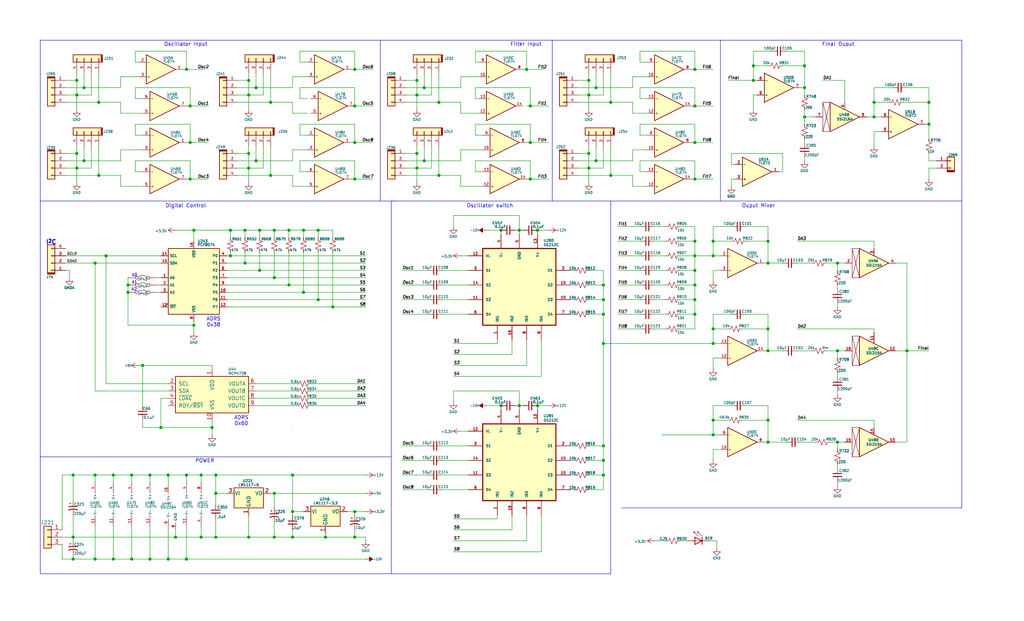
<source format=kicad_sch>
(kicad_sch (version 20250114) (generator "eeschema") (generator_version "9.0")
  (paper "USLegal")
  (lib_symbols
    (symbol "Amplifier_Operational:TL072" (pin_names (offset 0.127))
      (property "Reference" "U51" (at 0.508 4.318 0))
      (property "Value" "TL072" (at 0.508 3.048 0))
      (symbol "TL072_1_1"
        (pin input line (at -7.62 2.54 0) (length 2.54) (name "-") (number "2"))
        (pin input line (at -7.62 -2.54 0) (length 2.54) (name "+") (number "3"))
        (pin output line (at 7.62 0 180) (length 2.54) (name "~") (number "1"))
      )
      (symbol "TL072_2_1"
        (pin input line (at -7.62 2.54 0) (length 2.54) (name "-") (number "6"))
        (pin input line (at -7.62 -2.54 0) (length 2.54) (name "+") (number "5"))
        (pin output line (at 7.62 0 180) (length 2.54) (name "~") (number "7"))
      )
      (symbol "TL072_3_1"
        (pin power_in line (at -2.54 7.62 270) (length 3.81) (name "V+") (number "8"))
        (pin power_in line (at -2.54 -7.62 90) (length 3.81) (name "V-") (number "4"))
      )
    )
    (symbol "Connector_Generic:Conn_01x03" (pin_names (offset 1.016) (hide yes))
      (property "Reference" "J" (at 0 5.08 0))
      (property "Value" "Conn_01x03" (at 0 -5.08 0))
      (symbol "Conn_01x03_1_1"
        (pin passive line (at -5.08 2.54 0) (length 3.81) (name "Pin_1") (number "1"))
        (pin passive line (at -5.08 0 0) (length 3.81) (name "Pin_2") (number "2"))
        (pin passive line (at -5.08 -2.54 0) (length 3.81) (name "Pin_3") (number "3"))
      )
    )
    (symbol "Connector_keyed_kicad_sym:Conn_01x04" (pin_names (offset 1.016) (hide yes))
      (property "Reference" "J" (at -0.5788 4.6722 0))
      (property "Value" "Conn_01x04" (at -0.1524 -7.9502 0))
      (symbol "Conn_01x04_1_1"
        (pin passive line (at -5.08 2.54 0) (length 3.81) (name "Pin_1") (number "1"))
        (pin passive line (at -5.08 0 0) (length 3.81) (name "Pin_2") (number "2"))
        (pin passive line (at -5.08 -2.54 0) (length 3.81) (name "Pin_3") (number "3"))
        (pin passive line (at -5.08 -5.08 0) (length 3.81) (name "Pin_4") (number "4"))
      )
    )
    (symbol "Device:C_Polarized_Small_US" (pin_numbers (hide yes)) (pin_names (offset 0.254) (hide yes))
      (property "Reference" "C" (at 0.254 1.778 0))
      (property "Value" "C_Polarized_Small_US" (at 0.254 -2.032 0))
      (symbol "C_Polarized_Small_US_1_1"
        (pin passive line (at 0 2.54 270) (length 2.032) (name "~") (number "1"))
        (pin passive line (at 0 -2.54 90) (length 2.032) (name "~") (number "2"))
      )
    )
    (symbol "Device:C_Small" (pin_numbers (hide yes)) (pin_names (offset 0.254) (hide yes))
      (property "Reference" "C" (at 0.254 1.778 0))
      (property "Value" "C_Small" (at 0.254 -2.032 0))
      (symbol "C_Small_1_1"
        (pin passive line (at 0 2.54 270) (length 2.032) (name "~") (number "1"))
        (pin passive line (at 0 -2.54 90) (length 2.032) (name "~") (number "2"))
      )
    )
    (symbol "Device:R_Small_US" (pin_numbers (hide yes)) (pin_names (offset 0.254) (hide yes))
      (property "Reference" "R" (at 0.762 0.508 0))
      (property "Value" "R_Small_US" (at 0.762 -1.016 0))
      (symbol "R_Small_US_1_1"
        (pin passive line (at 0 2.54 270) (length 1.016) (name "~") (number "1"))
        (pin passive line (at 0 -2.54 90) (length 1.016) (name "~") (number "2"))
      )
    )
    (symbol "Interface_Expansion:PCF8574"
      (property "Reference" "U97" (at 1.9849 17.3668 0))
      (property "Value" "PCF8574" (at 1.8058 16.1377 0))
      (symbol "PCF8574_1_1"
        (pin input line (at -11.43 10.16 0) (length 2.54) (name "SCL") (number "14"))
        (pin bidirectional line (at -11.43 7.62 0) (length 2.54) (name "SDA") (number "15"))
        (pin input line (at -11.43 2.54 0) (length 2.54) (name "A0") (number "1"))
        (pin input line (at -11.43 0 0) (length 2.54) (name "A1") (number "2"))
        (pin input line (at -11.43 -2.54 0) (length 2.54) (name "A2") (number "3"))
        (pin open_collector output_low (at -11.43 -7.62 0) (length 2.54) (name "~{INT}") (number "13"))
        (pin power_in line (at 0 15.24 270) (length 2.54) (name "VDD") (number "16"))
        (pin power_in line (at 0 -12.7 90) (length 2.54) (name "VSS") (number "8"))
        (pin bidirectional line (at 11.43 10.16 180) (length 2.54) (name "P0") (number "4"))
        (pin bidirectional line (at 11.43 7.62 180) (length 2.54) (name "P1") (number "5"))
        (pin bidirectional line (at 11.43 5.08 180) (length 2.54) (name "P2") (number "6"))
        (pin bidirectional line (at 11.43 2.54 180) (length 2.54) (name "P3") (number "7"))
        (pin bidirectional line (at 11.43 0 180) (length 2.54) (name "P4") (number "9"))
        (pin bidirectional line (at 11.43 -2.54 180) (length 2.54) (name "P5") (number "10"))
        (pin bidirectional line (at 11.43 -5.08 180) (length 2.54) (name "P6") (number "11"))
        (pin bidirectional line (at 11.43 -7.62 180) (length 2.54) (name "P7") (number "12"))
      )
    )
    (symbol "Jumper:Jumper_2_Bridged" (pin_numbers (hide yes)) (pin_names (offset 0) (hide yes)) (exclude_from_sim yes)
      (property "Reference" "JP" (at 0 1.905 0))
      (property "Value" "Jumper_2_Bridged" (at 0 -2.54 0))
      (symbol "Jumper_2_Bridged_1_1"
        (pin passive line (at -5.08 0 0) (length 2.54) (name "A") (number "1"))
        (pin passive line (at 5.08 0 180) (length 2.54) (name "B") (number "2"))
      )
    )
    (symbol "LED:SFH4356P" (pin_numbers (hide yes)) (pin_names (offset 1.016) (hide yes))
      (property "Reference" "D" (at 0.508 1.778 0))
      (property "Value" "SFH4356P" (at -1.016 -2.794 0))
      (symbol "SFH4356P_1_1"
        (pin passive line (at -5.08 0 0) (length 2.54) (name "K") (number "1"))
        (pin passive line (at 2.54 0 180) (length 2.54) (name "A") (number "2"))
      )
    )
    (symbol "My Chips:DG212C" (pin_names (offset 1.016))
      (property "Reference" "U" (at 9.144 17.018 0))
      (property "Value" "DG212C" (at 9.144 15.748 0))
      (symbol "DG212C_0_0"
        (pin bidirectional line (at -17.78 2.54 0) (length 5.08) (name "S2") (number "14"))
        (pin bidirectional line (at -17.78 -2.54 0) (length 5.08) (name "S3") (number "11"))
        (pin bidirectional line (at -17.78 -7.62 0) (length 5.08) (name "S4") (number "6"))
        (pin input line (at 7.62 -16.51 90) (length 5.08) (name "IN4") (number "8"))
      )
      (symbol "DG212C_1_0"
        (pin power_in line (at -17.78 12.7 0) (length 5.08) (name "VL") (number "12"))
        (pin bidirectional line (at -17.78 7.62 0) (length 5.08) (name "S1") (number "3"))
        (pin input line (at -7.62 -16.51 90) (length 5.08) (name "IN1") (number "1"))
        (pin power_in line (at -6.35 20.32 270) (length 5.08) (name "V-") (number "4"))
        (pin input line (at -2.54 -16.51 90) (length 5.08) (name "IN2") (number "16"))
        (pin power_in line (at 0 20.32 270) (length 5.08) (name "GND") (number "5"))
        (pin input line (at 2.54 -16.51 90) (length 5.08) (name "IN3") (number "9"))
        (pin power_in line (at 6.35 20.32 270) (length 5.08) (name "V+") (number "13"))
        (pin bidirectional line (at 17.78 7.62 180) (length 5.08) (name "D1") (number "2"))
        (pin bidirectional line (at 17.78 2.54 180) (length 5.08) (name "D2") (number "15"))
        (pin bidirectional line (at 17.78 -2.54 180) (length 5.08) (name "D3") (number "10"))
        (pin bidirectional line (at 17.78 -7.62 180) (length 5.08) (name "D4") (number "7"))
      )
    )
    (symbol "My Chips:TL074" (pin_names (offset 0.127))
      (property "Reference" "U46" (at 2.032 3.556 0))
      (property "Value" "TL074" (at 2.032 2.286 0))
      (symbol "TL074_1_1"
        (pin input line (at -7.62 2.54 0) (length 2.54) (name "-") (number "2"))
        (pin input line (at -7.62 -2.54 0) (length 2.54) (name "+") (number "3"))
        (pin output line (at 7.62 0 180) (length 2.54) (name "~") (number "1"))
      )
      (symbol "TL074_2_1"
        (pin input line (at -7.62 2.54 0) (length 2.54) (name "-") (number "6"))
        (pin input line (at -7.62 -2.54 0) (length 2.54) (name "+") (number "5"))
        (pin output line (at 7.62 0 180) (length 2.54) (name "~") (number "7"))
      )
      (symbol "TL074_3_1"
        (pin input line (at -7.62 2.54 0) (length 2.54) (name "-") (number "9"))
        (pin input line (at -7.62 -2.54 0) (length 2.54) (name "+") (number "10"))
        (pin output line (at 7.62 0 180) (length 2.54) (name "~") (number "8"))
      )
      (symbol "TL074_4_1"
        (pin input line (at -7.62 2.54 0) (length 2.54) (name "-") (number "13"))
        (pin input line (at -7.62 -2.54 0) (length 2.54) (name "+") (number "12"))
        (pin output line (at 7.62 0 180) (length 2.54) (name "~") (number "14"))
      )
      (symbol "TL074_5_1"
        (pin power_in line (at -2.54 7.62 270) (length 3.81) (name "V+") (number "4"))
        (pin power_in line (at -2.54 -7.62 90) (length 3.81) (name "V-") (number "11"))
      )
    )
    (symbol "My Connectors:Conn_01x02" (pin_names (offset 1.016) (hide yes))
      (property "Reference" "J" (at -0.041 2.077 0))
      (property "Value" "Conn_01x02" (at -0.2794 4.7752 0))
      (symbol "Conn_01x02_1_1"
        (pin passive line (at -5.08 0 0) (length 3.81) (name "Pin_1") (number "1"))
        (pin passive line (at -5.08 -2.54 0) (length 3.81) (name "Pin_2") (number "2"))
      )
    )
    (symbol "My Connectors:Conn_01x04" (pin_names (offset 1.016) (hide yes))
      (property "Reference" "J" (at -0.5788 4.6722 0))
      (property "Value" "Conn_01x04" (at -0.1524 -7.9502 0))
      (symbol "Conn_01x04_1_1"
        (pin passive line (at -5.08 2.54 0) (length 3.81) (name "Pin_1") (number "1"))
        (pin passive line (at -5.08 0 0) (length 3.81) (name "Pin_2") (number "2"))
        (pin passive line (at -5.08 -2.54 0) (length 3.81) (name "Pin_3") (number "3"))
        (pin passive line (at -5.08 -5.08 0) (length 3.81) (name "Pin_4") (number "4"))
      )
    )
    (symbol "MyDac:MCP4728" (pin_names (offset 1.016))
      (property "Reference" "U" (at -12.7 6.35 0))
      (property "Value" "MCP4728" (at 12.7 6.35 0))
      (symbol "MCP4728_1_1"
        (pin input line (at -15.24 2.54 0) (length 2.54) (name "SCL") (number "2"))
        (pin bidirectional line (at -15.24 0 0) (length 2.54) (name "SDA") (number "3"))
        (pin input line (at -15.24 -2.54 0) (length 2.54) (name "~{LDAC}") (number "4"))
        (pin output line (at -15.24 -5.08 0) (length 2.54) (name "RDY/~{BSY}") (number "5"))
        (pin power_in line (at 0 7.62 270) (length 2.54) (name "VDD") (number "1"))
        (pin power_in line (at 0 -10.16 90) (length 2.54) (name "VSS") (number "10"))
        (pin output line (at 15.24 2.54 180) (length 2.54) (name "VOUTA") (number "6"))
        (pin output line (at 15.24 0 180) (length 2.54) (name "VOUTB") (number "7"))
        (pin output line (at 15.24 -2.54 180) (length 2.54) (name "VOUTC") (number "8"))
        (pin output line (at 15.24 -5.08 180) (length 2.54) (name "VOUTD") (number "9"))
      )
    )
    (symbol "Regulator_Linear:LM1117-3.3" (pin_names (offset 0.254))
      (property "Reference" "U" (at -3.81 3.175 0))
      (property "Value" "LM1117-3.3" (at 0 3.175 0))
      (symbol "LM1117-3.3_1_1"
        (pin power_in line (at -7.62 0 0) (length 2.54) (name "VI") (number "3"))
        (pin power_in line (at 0 -7.62 90) (length 2.54) (name "GND") (number "1"))
        (pin power_out line (at 7.62 0 180) (length 2.54) (name "VO") (number "2"))
      )
    )
    (symbol "SSI2164:SSI2164"
      (property "Reference" "U49" (at -2.032 0.762 0))
      (property "Value" "SSI2164" (at -2.794 -0.762 0))
      (symbol "SSI2164_1_1"
        (pin input line (at -10.16 0 0) (length 2.54) (name "") (number "2"))
        (pin input line (at 0 5.08 270) (length 2.54) (name "") (number "3"))
        (pin output line (at 7.62 0 180) (length 2.54) (name "") (number "4"))
      )
      (symbol "SSI2164_2_1"
        (pin input line (at -10.16 0 0) (length 2.54) (name "") (number "7"))
        (pin input line (at 0 5.08 270) (length 2.54) (name "") (number "6"))
        (pin output line (at 7.62 0 180) (length 2.54) (name "") (number "5"))
      )
      (symbol "SSI2164_3_0"
        (pin input line (at -10.16 0 0) (length 2.54) (name "") (number "10"))
      )
      (symbol "SSI2164_3_1"
        (pin input line (at 0 6.35 270) (length 3.81) (name "") (number "11"))
        (pin output line (at 7.62 0 180) (length 2.54) (name "") (number "12"))
      )
      (symbol "SSI2164_4_0"
        (pin input line (at -10.16 0 0) (length 2.54) (name "") (number "15"))
      )
      (symbol "SSI2164_4_1"
        (pin input line (at 0 5.08 270) (length 2.54) (name "") (number "14"))
        (pin output line (at 7.62 0 180) (length 2.54) (name "") (number "13"))
      )
      (symbol "SSI2164_5_0"
        (pin power_in line (at 0 6.35 270) (length 2.54) (name "V+") (number "16"))
        (pin power_in line (at 0 -7.62 90) (length 2.54) (name "V-") (number "9"))
        (pin power_in line (at 2.54 -8.89 90) (length 2.54) (name "GND") (number "8"))
      )
      (symbol "SSI2164_5_1"
        (pin input line (at 0 16.51 270) (length 2.54) (hide yes) (name "Mode") (number "1"))
      )
    )
    (symbol "SSI2164_1"
      (property "Reference" "U49" (at -2.032 0.762 0))
      (property "Value" "SSI2164" (at -2.794 -0.762 0))
      (symbol "SSI2164_1_1_1"
        (pin input line (at -10.16 0 0) (length 2.54) (name "") (number "2"))
        (pin input line (at 0 5.08 270) (length 2.54) (name "") (number "3"))
        (pin output line (at 7.62 0 180) (length 2.54) (name "") (number "4"))
      )
      (symbol "SSI2164_1_2_1"
        (pin input line (at -10.16 0 0) (length 2.54) (name "") (number "7"))
        (pin input line (at 0 5.08 270) (length 2.54) (name "") (number "6"))
        (pin output line (at 7.62 0 180) (length 2.54) (name "") (number "5"))
      )
      (symbol "SSI2164_1_3_0"
        (pin input line (at -10.16 0 0) (length 2.54) (name "") (number "10"))
      )
      (symbol "SSI2164_1_3_1"
        (pin input line (at 0 6.35 270) (length 3.81) (name "") (number "11"))
        (pin output line (at 7.62 0 180) (length 2.54) (name "") (number "12"))
      )
      (symbol "SSI2164_1_4_0"
        (pin input line (at -10.16 0 0) (length 2.54) (name "") (number "15"))
      )
      (symbol "SSI2164_1_4_1"
        (pin input line (at 0 5.08 270) (length 2.54) (name "") (number "14"))
        (pin output line (at 7.62 0 180) (length 2.54) (name "") (number "13"))
      )
      (symbol "SSI2164_1_5_0"
        (pin power_in line (at 0 6.35 270) (length 2.54) (name "V+") (number "16"))
        (pin power_in line (at 0 -7.62 90) (length 2.54) (name "V-") (number "9"))
        (pin power_in line (at 2.54 -8.89 90) (length 2.54) (name "GND") (number "8"))
      )
      (symbol "SSI2164_1_5_1"
        (pin input line (at 0 16.51 270) (length 2.54) (hide yes) (name "Mode") (number "1"))
      )
    )
    (symbol "SSI2164_2"
      (property "Reference" "U49" (at -2.032 0.762 0))
      (property "Value" "SSI2164" (at -2.794 -0.762 0))
      (symbol "SSI2164_2_1_1"
        (pin input line (at -10.16 0 0) (length 2.54) (name "") (number "2"))
        (pin input line (at 0 5.08 270) (length 2.54) (name "") (number "3"))
        (pin output line (at 7.62 0 180) (length 2.54) (name "") (number "4"))
      )
      (symbol "SSI2164_2_2_1"
        (pin input line (at -10.16 0 0) (length 2.54) (name "") (number "7"))
        (pin input line (at 0 5.08 270) (length 2.54) (name "") (number "6"))
        (pin output line (at 7.62 0 180) (length 2.54) (name "") (number "5"))
      )
      (symbol "SSI2164_2_3_0"
        (pin input line (at -10.16 0 0) (length 2.54) (name "") (number "10"))
      )
      (symbol "SSI2164_2_3_1"
        (pin input line (at 0 6.35 270) (length 3.81) (name "") (number "11"))
        (pin output line (at 7.62 0 180) (length 2.54) (name "") (number "12"))
      )
      (symbol "SSI2164_2_4_0"
        (pin input line (at -10.16 0 0) (length 2.54) (name "") (number "15"))
      )
      (symbol "SSI2164_2_4_1"
        (pin input line (at 0 5.08 270) (length 2.54) (name "") (number "14"))
        (pin output line (at 7.62 0 180) (length 2.54) (name "") (number "13"))
      )
      (symbol "SSI2164_2_5_0"
        (pin power_in line (at 0 6.35 270) (length 2.54) (name "V+") (number "16"))
        (pin power_in line (at 0 -7.62 90) (length 2.54) (name "V-") (number "9"))
        (pin power_in line (at 2.54 -8.89 90) (length 2.54) (name "GND") (number "8"))
      )
      (symbol "SSI2164_2_5_1"
        (pin input line (at 0 16.51 270) (length 2.54) (hide yes) (name "Mode") (number "1"))
      )
    )
    (symbol "SSI2164_3"
      (property "Reference" "U49" (at -2.032 0.762 0))
      (property "Value" "SSI2164" (at -2.794 -0.762 0))
      (symbol "SSI2164_3_1_1"
        (pin input line (at -10.16 0 0) (length 2.54) (name "") (number "2"))
        (pin input line (at 0 5.08 270) (length 2.54) (name "") (number "3"))
        (pin output line (at 7.62 0 180) (length 2.54) (name "") (number "4"))
      )
      (symbol "SSI2164_3_2_1"
        (pin input line (at -10.16 0 0) (length 2.54) (name "") (number "7"))
        (pin input line (at 0 5.08 270) (length 2.54) (name "") (number "6"))
        (pin output line (at 7.62 0 180) (length 2.54) (name "") (number "5"))
      )
      (symbol "SSI2164_3_3_0"
        (pin input line (at -10.16 0 0) (length 2.54) (name "") (number "10"))
      )
      (symbol "SSI2164_3_3_1"
        (pin input line (at 0 6.35 270) (length 3.81) (name "") (number "11"))
        (pin output line (at 7.62 0 180) (length 2.54) (name "") (number "12"))
      )
      (symbol "SSI2164_3_4_0"
        (pin input line (at -10.16 0 0) (length 2.54) (name "") (number "15"))
      )
      (symbol "SSI2164_3_4_1"
        (pin input line (at 0 5.08 270) (length 2.54) (name "") (number "14"))
        (pin output line (at 7.62 0 180) (length 2.54) (name "") (number "13"))
      )
      (symbol "SSI2164_3_5_0"
        (pin power_in line (at 0 6.35 270) (length 2.54) (name "V+") (number "16"))
        (pin power_in line (at 0 -7.62 90) (length 2.54) (name "V-") (number "9"))
        (pin power_in line (at 2.54 -8.89 90) (length 2.54) (name "GND") (number "8"))
      )
      (symbol "SSI2164_3_5_1"
        (pin input line (at 0 16.51 270) (length 2.54) (hide yes) (name "Mode") (number "1"))
      )
    )
    (symbol "SSI2164_4"
      (property "Reference" "U49" (at -2.032 0.762 0))
      (property "Value" "SSI2164" (at -2.794 -0.762 0))
      (symbol "SSI2164_4_1_1"
        (pin input line (at -10.16 0 0) (length 2.54) (name "") (number "2"))
        (pin input line (at 0 5.08 270) (length 2.54) (name "") (number "3"))
        (pin output line (at 7.62 0 180) (length 2.54) (name "") (number "4"))
      )
      (symbol "SSI2164_4_2_1"
        (pin input line (at -10.16 0 0) (length 2.54) (name "") (number "7"))
        (pin input line (at 0 5.08 270) (length 2.54) (name "") (number "6"))
        (pin output line (at 7.62 0 180) (length 2.54) (name "") (number "5"))
      )
      (symbol "SSI2164_4_3_0"
        (pin input line (at -10.16 0 0) (length 2.54) (name "") (number "10"))
      )
      (symbol "SSI2164_4_3_1"
        (pin input line (at 0 6.35 270) (length 3.81) (name "") (number "11"))
        (pin output line (at 7.62 0 180) (length 2.54) (name "") (number "12"))
      )
      (symbol "SSI2164_4_4_0"
        (pin input line (at -10.16 0 0) (length 2.54) (name "") (number "15"))
      )
      (symbol "SSI2164_4_4_1"
        (pin input line (at 0 5.08 270) (length 2.54) (name "") (number "14"))
        (pin output line (at 7.62 0 180) (length 2.54) (name "") (number "13"))
      )
      (symbol "SSI2164_4_5_0"
        (pin power_in line (at 0 6.35 270) (length 2.54) (name "V+") (number "16"))
        (pin power_in line (at 0 -7.62 90) (length 2.54) (name "V-") (number "9"))
        (pin power_in line (at 2.54 -8.89 90) (length 2.54) (name "GND") (number "8"))
      )
      (symbol "SSI2164_4_5_1"
        (pin input line (at 0 16.51 270) (length 2.54) (hide yes) (name "Mode") (number "1"))
      )
    )
    (symbol "TL072_1" (pin_names (offset 0.127))
      (property "Reference" "U51" (at 0.508 4.318 0))
      (property "Value" "TL072" (at 0.508 3.048 0))
      (symbol "TL072_1_1_1"
        (pin input line (at -7.62 2.54 0) (length 2.54) (name "-") (number "2"))
        (pin input line (at -7.62 -2.54 0) (length 2.54) (name "+") (number "3"))
        (pin output line (at 7.62 0 180) (length 2.54) (name "~") (number "1"))
      )
      (symbol "TL072_1_2_1"
        (pin input line (at -7.62 2.54 0) (length 2.54) (name "-") (number "6"))
        (pin input line (at -7.62 -2.54 0) (length 2.54) (name "+") (number "5"))
        (pin output line (at 7.62 0 180) (length 2.54) (name "~") (number "7"))
      )
      (symbol "TL072_1_3_1"
        (pin power_in line (at -2.54 7.62 270) (length 3.81) (name "V+") (number "8"))
        (pin power_in line (at -2.54 -7.62 90) (length 3.81) (name "V-") (number "4"))
      )
    )
    (symbol "TL072_2" (pin_names (offset 0.127))
      (property "Reference" "U51" (at 0.508 4.318 0))
      (property "Value" "TL072" (at 0.508 3.048 0))
      (symbol "TL072_2_1_1"
        (pin input line (at -7.62 2.54 0) (length 2.54) (name "-") (number "2"))
        (pin input line (at -7.62 -2.54 0) (length 2.54) (name "+") (number "3"))
        (pin output line (at 7.62 0 180) (length 2.54) (name "~") (number "1"))
      )
      (symbol "TL072_2_2_1"
        (pin input line (at -7.62 2.54 0) (length 2.54) (name "-") (number "6"))
        (pin input line (at -7.62 -2.54 0) (length 2.54) (name "+") (number "5"))
        (pin output line (at 7.62 0 180) (length 2.54) (name "~") (number "7"))
      )
      (symbol "TL072_2_3_1"
        (pin power_in line (at -2.54 7.62 270) (length 3.81) (name "V+") (number "8"))
        (pin power_in line (at -2.54 -7.62 90) (length 3.81) (name "V-") (number "4"))
      )
    )
    (symbol "TL074_1" (pin_names (offset 0.127))
      (property "Reference" "U45" (at 0.762 4.064 0))
      (property "Value" "TL074" (at 0.762 2.794 0))
      (symbol "TL074_1_1_1"
        (pin input line (at -7.62 2.54 0) (length 2.54) (name "-") (number "2"))
        (pin input line (at -7.62 -2.54 0) (length 2.54) (name "+") (number "3"))
        (pin output line (at 7.62 0 180) (length 2.54) (name "~") (number "1"))
      )
      (symbol "TL074_1_2_1"
        (pin input line (at -7.62 2.54 0) (length 2.54) (name "-") (number "6"))
        (pin input line (at -7.62 -2.54 0) (length 2.54) (name "+") (number "5"))
        (pin output line (at 7.62 0 180) (length 2.54) (name "~") (number "7"))
      )
      (symbol "TL074_1_3_1"
        (pin input line (at -7.62 2.54 0) (length 2.54) (name "-") (number "9"))
        (pin input line (at -7.62 -2.54 0) (length 2.54) (name "+") (number "10"))
        (pin output line (at 7.62 0 180) (length 2.54) (name "~") (number "8"))
      )
      (symbol "TL074_1_4_1"
        (pin input line (at -7.62 2.54 0) (length 2.54) (name "-") (number "13"))
        (pin input line (at -7.62 -2.54 0) (length 2.54) (name "+") (number "12"))
        (pin output line (at 7.62 0 180) (length 2.54) (name "~") (number "14"))
      )
      (symbol "TL074_1_5_1"
        (pin power_in line (at -2.54 7.62 270) (length 3.81) (name "V+") (number "4"))
        (pin power_in line (at -2.54 -7.62 90) (length 3.81) (name "V-") (number "11"))
      )
    )
    (symbol "TL074_10" (pin_names (offset 0.127))
      (property "Reference" "U50" (at 1.524 3.556 0))
      (property "Value" "TL074" (at 1.524 2.286 0))
      (symbol "TL074_10_1_1"
        (pin input line (at -7.62 2.54 0) (length 2.54) (name "-") (number "2"))
        (pin input line (at -7.62 -2.54 0) (length 2.54) (name "+") (number "3"))
        (pin output line (at 7.62 0 180) (length 2.54) (name "~") (number "1"))
      )
      (symbol "TL074_10_2_1"
        (pin input line (at -7.62 2.54 0) (length 2.54) (name "-") (number "6"))
        (pin input line (at -7.62 -2.54 0) (length 2.54) (name "+") (number "5"))
        (pin output line (at 7.62 0 180) (length 2.54) (name "~") (number "7"))
      )
      (symbol "TL074_10_3_1"
        (pin input line (at -7.62 2.54 0) (length 2.54) (name "-") (number "9"))
        (pin input line (at -7.62 -2.54 0) (length 2.54) (name "+") (number "10"))
        (pin output line (at 7.62 0 180) (length 2.54) (name "~") (number "8"))
      )
      (symbol "TL074_10_4_1"
        (pin input line (at -7.62 2.54 0) (length 2.54) (name "-") (number "13"))
        (pin input line (at -7.62 -2.54 0) (length 2.54) (name "+") (number "12"))
        (pin output line (at 7.62 0 180) (length 2.54) (name "~") (number "14"))
      )
      (symbol "TL074_10_5_1"
        (pin power_in line (at -2.54 7.62 270) (length 3.81) (name "V+") (number "4"))
        (pin power_in line (at -2.54 -7.62 90) (length 3.81) (name "V-") (number "11"))
      )
    )
    (symbol "TL074_11" (pin_names (offset 0.127))
      (property "Reference" "U50" (at 1.524 3.556 0))
      (property "Value" "TL074" (at 1.524 2.286 0))
      (symbol "TL074_11_1_1"
        (pin input line (at -7.62 2.54 0) (length 2.54) (name "-") (number "2"))
        (pin input line (at -7.62 -2.54 0) (length 2.54) (name "+") (number "3"))
        (pin output line (at 7.62 0 180) (length 2.54) (name "~") (number "1"))
      )
      (symbol "TL074_11_2_1"
        (pin input line (at -7.62 2.54 0) (length 2.54) (name "-") (number "6"))
        (pin input line (at -7.62 -2.54 0) (length 2.54) (name "+") (number "5"))
        (pin output line (at 7.62 0 180) (length 2.54) (name "~") (number "7"))
      )
      (symbol "TL074_11_3_1"
        (pin input line (at -7.62 2.54 0) (length 2.54) (name "-") (number "9"))
        (pin input line (at -7.62 -2.54 0) (length 2.54) (name "+") (number "10"))
        (pin output line (at 7.62 0 180) (length 2.54) (name "~") (number "8"))
      )
      (symbol "TL074_11_4_1"
        (pin input line (at -7.62 2.54 0) (length 2.54) (name "-") (number "13"))
        (pin input line (at -7.62 -2.54 0) (length 2.54) (name "+") (number "12"))
        (pin output line (at 7.62 0 180) (length 2.54) (name "~") (number "14"))
      )
      (symbol "TL074_11_5_1"
        (pin power_in line (at -2.54 7.62 270) (length 3.81) (name "V+") (number "4"))
        (pin power_in line (at -2.54 -7.62 90) (length 3.81) (name "V-") (number "11"))
      )
    )
    (symbol "TL074_12" (pin_names (offset 0.127))
      (property "Reference" "U50" (at 1.524 3.556 0))
      (property "Value" "TL074" (at 1.524 2.286 0))
      (symbol "TL074_12_1_1"
        (pin input line (at -7.62 2.54 0) (length 2.54) (name "-") (number "2"))
        (pin input line (at -7.62 -2.54 0) (length 2.54) (name "+") (number "3"))
        (pin output line (at 7.62 0 180) (length 2.54) (name "~") (number "1"))
      )
      (symbol "TL074_12_2_1"
        (pin input line (at -7.62 2.54 0) (length 2.54) (name "-") (number "6"))
        (pin input line (at -7.62 -2.54 0) (length 2.54) (name "+") (number "5"))
        (pin output line (at 7.62 0 180) (length 2.54) (name "~") (number "7"))
      )
      (symbol "TL074_12_3_1"
        (pin input line (at -7.62 2.54 0) (length 2.54) (name "-") (number "9"))
        (pin input line (at -7.62 -2.54 0) (length 2.54) (name "+") (number "10"))
        (pin output line (at 7.62 0 180) (length 2.54) (name "~") (number "8"))
      )
      (symbol "TL074_12_4_1"
        (pin input line (at -7.62 2.54 0) (length 2.54) (name "-") (number "13"))
        (pin input line (at -7.62 -2.54 0) (length 2.54) (name "+") (number "12"))
        (pin output line (at 7.62 0 180) (length 2.54) (name "~") (number "14"))
      )
      (symbol "TL074_12_5_1"
        (pin power_in line (at -2.54 7.62 270) (length 3.81) (name "V+") (number "4"))
        (pin power_in line (at -2.54 -7.62 90) (length 3.81) (name "V-") (number "11"))
      )
    )
    (symbol "TL074_13" (pin_names (offset 0.127))
      (property "Reference" "U50" (at 1.524 3.556 0))
      (property "Value" "TL074" (at 1.524 2.286 0))
      (symbol "TL074_13_1_1"
        (pin input line (at -7.62 2.54 0) (length 2.54) (name "-") (number "2"))
        (pin input line (at -7.62 -2.54 0) (length 2.54) (name "+") (number "3"))
        (pin output line (at 7.62 0 180) (length 2.54) (name "~") (number "1"))
      )
      (symbol "TL074_13_2_1"
        (pin input line (at -7.62 2.54 0) (length 2.54) (name "-") (number "6"))
        (pin input line (at -7.62 -2.54 0) (length 2.54) (name "+") (number "5"))
        (pin output line (at 7.62 0 180) (length 2.54) (name "~") (number "7"))
      )
      (symbol "TL074_13_3_1"
        (pin input line (at -7.62 2.54 0) (length 2.54) (name "-") (number "9"))
        (pin input line (at -7.62 -2.54 0) (length 2.54) (name "+") (number "10"))
        (pin output line (at 7.62 0 180) (length 2.54) (name "~") (number "8"))
      )
      (symbol "TL074_13_4_1"
        (pin input line (at -7.62 2.54 0) (length 2.54) (name "-") (number "13"))
        (pin input line (at -7.62 -2.54 0) (length 2.54) (name "+") (number "12"))
        (pin output line (at 7.62 0 180) (length 2.54) (name "~") (number "14"))
      )
      (symbol "TL074_13_5_1"
        (pin power_in line (at -2.54 7.62 270) (length 3.81) (name "V+") (number "4"))
        (pin power_in line (at -2.54 -7.62 90) (length 3.81) (name "V-") (number "11"))
      )
    )
    (symbol "TL074_14" (pin_names (offset 0.127))
      (property "Reference" "U50" (at 1.524 3.556 0))
      (property "Value" "TL074" (at 1.524 2.286 0))
      (symbol "TL074_14_1_1"
        (pin input line (at -7.62 2.54 0) (length 2.54) (name "-") (number "2"))
        (pin input line (at -7.62 -2.54 0) (length 2.54) (name "+") (number "3"))
        (pin output line (at 7.62 0 180) (length 2.54) (name "~") (number "1"))
      )
      (symbol "TL074_14_2_1"
        (pin input line (at -7.62 2.54 0) (length 2.54) (name "-") (number "6"))
        (pin input line (at -7.62 -2.54 0) (length 2.54) (name "+") (number "5"))
        (pin output line (at 7.62 0 180) (length 2.54) (name "~") (number "7"))
      )
      (symbol "TL074_14_3_1"
        (pin input line (at -7.62 2.54 0) (length 2.54) (name "-") (number "9"))
        (pin input line (at -7.62 -2.54 0) (length 2.54) (name "+") (number "10"))
        (pin output line (at 7.62 0 180) (length 2.54) (name "~") (number "8"))
      )
      (symbol "TL074_14_4_1"
        (pin input line (at -7.62 2.54 0) (length 2.54) (name "-") (number "13"))
        (pin input line (at -7.62 -2.54 0) (length 2.54) (name "+") (number "12"))
        (pin output line (at 7.62 0 180) (length 2.54) (name "~") (number "14"))
      )
      (symbol "TL074_14_5_1"
        (pin power_in line (at -2.54 7.62 270) (length 3.81) (name "V+") (number "4"))
        (pin power_in line (at -2.54 -7.62 90) (length 3.81) (name "V-") (number "11"))
      )
    )
    (symbol "TL074_2" (pin_names (offset 0.127))
      (property "Reference" "U45" (at 0.762 4.064 0))
      (property "Value" "TL074" (at 0.762 2.794 0))
      (symbol "TL074_2_1_1"
        (pin input line (at -7.62 2.54 0) (length 2.54) (name "-") (number "2"))
        (pin input line (at -7.62 -2.54 0) (length 2.54) (name "+") (number "3"))
        (pin output line (at 7.62 0 180) (length 2.54) (name "~") (number "1"))
      )
      (symbol "TL074_2_2_1"
        (pin input line (at -7.62 2.54 0) (length 2.54) (name "-") (number "6"))
        (pin input line (at -7.62 -2.54 0) (length 2.54) (name "+") (number "5"))
        (pin output line (at 7.62 0 180) (length 2.54) (name "~") (number "7"))
      )
      (symbol "TL074_2_3_1"
        (pin input line (at -7.62 2.54 0) (length 2.54) (name "-") (number "9"))
        (pin input line (at -7.62 -2.54 0) (length 2.54) (name "+") (number "10"))
        (pin output line (at 7.62 0 180) (length 2.54) (name "~") (number "8"))
      )
      (symbol "TL074_2_4_1"
        (pin input line (at -7.62 2.54 0) (length 2.54) (name "-") (number "13"))
        (pin input line (at -7.62 -2.54 0) (length 2.54) (name "+") (number "12"))
        (pin output line (at 7.62 0 180) (length 2.54) (name "~") (number "14"))
      )
      (symbol "TL074_2_5_1"
        (pin power_in line (at -2.54 7.62 270) (length 3.81) (name "V+") (number "4"))
        (pin power_in line (at -2.54 -7.62 90) (length 3.81) (name "V-") (number "11"))
      )
    )
    (symbol "TL074_3" (pin_names (offset 0.127))
      (property "Reference" "U45" (at 0.762 4.064 0))
      (property "Value" "TL074" (at 0.762 2.794 0))
      (symbol "TL074_3_1_1"
        (pin input line (at -7.62 2.54 0) (length 2.54) (name "-") (number "2"))
        (pin input line (at -7.62 -2.54 0) (length 2.54) (name "+") (number "3"))
        (pin output line (at 7.62 0 180) (length 2.54) (name "~") (number "1"))
      )
      (symbol "TL074_3_2_1"
        (pin input line (at -7.62 2.54 0) (length 2.54) (name "-") (number "6"))
        (pin input line (at -7.62 -2.54 0) (length 2.54) (name "+") (number "5"))
        (pin output line (at 7.62 0 180) (length 2.54) (name "~") (number "7"))
      )
      (symbol "TL074_3_3_1"
        (pin input line (at -7.62 2.54 0) (length 2.54) (name "-") (number "9"))
        (pin input line (at -7.62 -2.54 0) (length 2.54) (name "+") (number "10"))
        (pin output line (at 7.62 0 180) (length 2.54) (name "~") (number "8"))
      )
      (symbol "TL074_3_4_1"
        (pin input line (at -7.62 2.54 0) (length 2.54) (name "-") (number "13"))
        (pin input line (at -7.62 -2.54 0) (length 2.54) (name "+") (number "12"))
        (pin output line (at 7.62 0 180) (length 2.54) (name "~") (number "14"))
      )
      (symbol "TL074_3_5_1"
        (pin power_in line (at -2.54 7.62 270) (length 3.81) (name "V+") (number "4"))
        (pin power_in line (at -2.54 -7.62 90) (length 3.81) (name "V-") (number "11"))
      )
    )
    (symbol "TL074_4" (pin_names (offset 0.127))
      (property "Reference" "U45" (at 0.762 4.064 0))
      (property "Value" "TL074" (at 0.762 2.794 0))
      (symbol "TL074_4_1_1"
        (pin input line (at -7.62 2.54 0) (length 2.54) (name "-") (number "2"))
        (pin input line (at -7.62 -2.54 0) (length 2.54) (name "+") (number "3"))
        (pin output line (at 7.62 0 180) (length 2.54) (name "~") (number "1"))
      )
      (symbol "TL074_4_2_1"
        (pin input line (at -7.62 2.54 0) (length 2.54) (name "-") (number "6"))
        (pin input line (at -7.62 -2.54 0) (length 2.54) (name "+") (number "5"))
        (pin output line (at 7.62 0 180) (length 2.54) (name "~") (number "7"))
      )
      (symbol "TL074_4_3_1"
        (pin input line (at -7.62 2.54 0) (length 2.54) (name "-") (number "9"))
        (pin input line (at -7.62 -2.54 0) (length 2.54) (name "+") (number "10"))
        (pin output line (at 7.62 0 180) (length 2.54) (name "~") (number "8"))
      )
      (symbol "TL074_4_4_1"
        (pin input line (at -7.62 2.54 0) (length 2.54) (name "-") (number "13"))
        (pin input line (at -7.62 -2.54 0) (length 2.54) (name "+") (number "12"))
        (pin output line (at 7.62 0 180) (length 2.54) (name "~") (number "14"))
      )
      (symbol "TL074_4_5_1"
        (pin power_in line (at -2.54 7.62 270) (length 3.81) (name "V+") (number "4"))
        (pin power_in line (at -2.54 -7.62 90) (length 3.81) (name "V-") (number "11"))
      )
    )
    (symbol "TL074_5" (pin_names (offset 0.127))
      (property "Reference" "U45" (at 0.762 4.064 0))
      (property "Value" "TL074" (at 0.762 2.794 0))
      (symbol "TL074_5_1_1"
        (pin input line (at -7.62 2.54 0) (length 2.54) (name "-") (number "2"))
        (pin input line (at -7.62 -2.54 0) (length 2.54) (name "+") (number "3"))
        (pin output line (at 7.62 0 180) (length 2.54) (name "~") (number "1"))
      )
      (symbol "TL074_5_2_1"
        (pin input line (at -7.62 2.54 0) (length 2.54) (name "-") (number "6"))
        (pin input line (at -7.62 -2.54 0) (length 2.54) (name "+") (number "5"))
        (pin output line (at 7.62 0 180) (length 2.54) (name "~") (number "7"))
      )
      (symbol "TL074_5_3_1"
        (pin input line (at -7.62 2.54 0) (length 2.54) (name "-") (number "9"))
        (pin input line (at -7.62 -2.54 0) (length 2.54) (name "+") (number "10"))
        (pin output line (at 7.62 0 180) (length 2.54) (name "~") (number "8"))
      )
      (symbol "TL074_5_4_1"
        (pin input line (at -7.62 2.54 0) (length 2.54) (name "-") (number "13"))
        (pin input line (at -7.62 -2.54 0) (length 2.54) (name "+") (number "12"))
        (pin output line (at 7.62 0 180) (length 2.54) (name "~") (number "14"))
      )
      (symbol "TL074_5_5_1"
        (pin power_in line (at -2.54 7.62 270) (length 3.81) (name "V+") (number "4"))
        (pin power_in line (at -2.54 -7.62 90) (length 3.81) (name "V-") (number "11"))
      )
    )
    (symbol "TL074_6" (pin_names (offset 0.127))
      (property "Reference" "U46" (at 2.032 3.556 0))
      (property "Value" "TL074" (at 2.032 2.286 0))
      (symbol "TL074_6_1_1"
        (pin input line (at -7.62 2.54 0) (length 2.54) (name "-") (number "2"))
        (pin input line (at -7.62 -2.54 0) (length 2.54) (name "+") (number "3"))
        (pin output line (at 7.62 0 180) (length 2.54) (name "~") (number "1"))
      )
      (symbol "TL074_6_2_1"
        (pin input line (at -7.62 2.54 0) (length 2.54) (name "-") (number "6"))
        (pin input line (at -7.62 -2.54 0) (length 2.54) (name "+") (number "5"))
        (pin output line (at 7.62 0 180) (length 2.54) (name "~") (number "7"))
      )
      (symbol "TL074_6_3_1"
        (pin input line (at -7.62 2.54 0) (length 2.54) (name "-") (number "9"))
        (pin input line (at -7.62 -2.54 0) (length 2.54) (name "+") (number "10"))
        (pin output line (at 7.62 0 180) (length 2.54) (name "~") (number "8"))
      )
      (symbol "TL074_6_4_1"
        (pin input line (at -7.62 2.54 0) (length 2.54) (name "-") (number "13"))
        (pin input line (at -7.62 -2.54 0) (length 2.54) (name "+") (number "12"))
        (pin output line (at 7.62 0 180) (length 2.54) (name "~") (number "14"))
      )
      (symbol "TL074_6_5_1"
        (pin power_in line (at -2.54 7.62 270) (length 3.81) (name "V+") (number "4"))
        (pin power_in line (at -2.54 -7.62 90) (length 3.81) (name "V-") (number "11"))
      )
    )
    (symbol "TL074_7" (pin_names (offset 0.127))
      (property "Reference" "U46" (at 2.032 3.556 0))
      (property "Value" "TL074" (at 2.032 2.286 0))
      (symbol "TL074_7_1_1"
        (pin input line (at -7.62 2.54 0) (length 2.54) (name "-") (number "2"))
        (pin input line (at -7.62 -2.54 0) (length 2.54) (name "+") (number "3"))
        (pin output line (at 7.62 0 180) (length 2.54) (name "~") (number "1"))
      )
      (symbol "TL074_7_2_1"
        (pin input line (at -7.62 2.54 0) (length 2.54) (name "-") (number "6"))
        (pin input line (at -7.62 -2.54 0) (length 2.54) (name "+") (number "5"))
        (pin output line (at 7.62 0 180) (length 2.54) (name "~") (number "7"))
      )
      (symbol "TL074_7_3_1"
        (pin input line (at -7.62 2.54 0) (length 2.54) (name "-") (number "9"))
        (pin input line (at -7.62 -2.54 0) (length 2.54) (name "+") (number "10"))
        (pin output line (at 7.62 0 180) (length 2.54) (name "~") (number "8"))
      )
      (symbol "TL074_7_4_1"
        (pin input line (at -7.62 2.54 0) (length 2.54) (name "-") (number "13"))
        (pin input line (at -7.62 -2.54 0) (length 2.54) (name "+") (number "12"))
        (pin output line (at 7.62 0 180) (length 2.54) (name "~") (number "14"))
      )
      (symbol "TL074_7_5_1"
        (pin power_in line (at -2.54 7.62 270) (length 3.81) (name "V+") (number "4"))
        (pin power_in line (at -2.54 -7.62 90) (length 3.81) (name "V-") (number "11"))
      )
    )
    (symbol "TL074_8" (pin_names (offset 0.127))
      (property "Reference" "U46" (at 2.032 3.556 0))
      (property "Value" "TL074" (at 2.032 2.286 0))
      (symbol "TL074_8_1_1"
        (pin input line (at -7.62 2.54 0) (length 2.54) (name "-") (number "2"))
        (pin input line (at -7.62 -2.54 0) (length 2.54) (name "+") (number "3"))
        (pin output line (at 7.62 0 180) (length 2.54) (name "~") (number "1"))
      )
      (symbol "TL074_8_2_1"
        (pin input line (at -7.62 2.54 0) (length 2.54) (name "-") (number "6"))
        (pin input line (at -7.62 -2.54 0) (length 2.54) (name "+") (number "5"))
        (pin output line (at 7.62 0 180) (length 2.54) (name "~") (number "7"))
      )
      (symbol "TL074_8_3_1"
        (pin input line (at -7.62 2.54 0) (length 2.54) (name "-") (number "9"))
        (pin input line (at -7.62 -2.54 0) (length 2.54) (name "+") (number "10"))
        (pin output line (at 7.62 0 180) (length 2.54) (name "~") (number "8"))
      )
      (symbol "TL074_8_4_1"
        (pin input line (at -7.62 2.54 0) (length 2.54) (name "-") (number "13"))
        (pin input line (at -7.62 -2.54 0) (length 2.54) (name "+") (number "12"))
        (pin output line (at 7.62 0 180) (length 2.54) (name "~") (number "14"))
      )
      (symbol "TL074_8_5_1"
        (pin power_in line (at -2.54 7.62 270) (length 3.81) (name "V+") (number "4"))
        (pin power_in line (at -2.54 -7.62 90) (length 3.81) (name "V-") (number "11"))
      )
    )
    (symbol "TL074_9" (pin_names (offset 0.127))
      (property "Reference" "U46" (at 2.032 3.556 0))
      (property "Value" "TL074" (at 2.032 2.286 0))
      (symbol "TL074_9_1_1"
        (pin input line (at -7.62 2.54 0) (length 2.54) (name "-") (number "2"))
        (pin input line (at -7.62 -2.54 0) (length 2.54) (name "+") (number "3"))
        (pin output line (at 7.62 0 180) (length 2.54) (name "~") (number "1"))
      )
      (symbol "TL074_9_2_1"
        (pin input line (at -7.62 2.54 0) (length 2.54) (name "-") (number "6"))
        (pin input line (at -7.62 -2.54 0) (length 2.54) (name "+") (number "5"))
        (pin output line (at 7.62 0 180) (length 2.54) (name "~") (number "7"))
      )
      (symbol "TL074_9_3_1"
        (pin input line (at -7.62 2.54 0) (length 2.54) (name "-") (number "9"))
        (pin input line (at -7.62 -2.54 0) (length 2.54) (name "+") (number "10"))
        (pin output line (at 7.62 0 180) (length 2.54) (name "~") (number "8"))
      )
      (symbol "TL074_9_4_1"
        (pin input line (at -7.62 2.54 0) (length 2.54) (name "-") (number "13"))
        (pin input line (at -7.62 -2.54 0) (length 2.54) (name "+") (number "12"))
        (pin output line (at 7.62 0 180) (length 2.54) (name "~") (number "14"))
      )
      (symbol "TL074_9_5_1"
        (pin power_in line (at -2.54 7.62 270) (length 3.81) (name "V+") (number "4"))
        (pin power_in line (at -2.54 -7.62 90) (length 3.81) (name "V-") (number "11"))
      )
    )
    (symbol "power:+12V" (power) (pin_names (offset 0))
      (property "Value" "+12V" (at 0 3.556 0))
      (symbol "+12V_1_1"
        (pin power_in line (at 0 0 90) (length 0) (hide yes) (name "+12V") (number "1"))
      )
    )
    (symbol "power:+5VD" (power) (pin_names (offset 0))
      (property "Value" "+5VD" (at 0 3.556 0))
      (symbol "+5VD_1_1"
        (pin power_in line (at 0 0 90) (length 0) (hide yes) (name "+5VD") (number "1"))
      )
    )
    (symbol "power:-12V" (power) (pin_names (offset 0))
      (property "Value" "-12V" (at 0 3.81 0))
      (symbol "-12V_0_0"
        (pin power_in line (at 0 0 90) (length 0) (hide yes) (name "-12V") (number "1"))
      )
    )
    (symbol "power:GNDA" (power) (pin_names (offset 0))
      (property "Value" "GNDA" (at 0 -3.81 0))
      (symbol "GNDA_1_1"
        (pin power_in line (at 0 0 270) (length 0) (hide yes) (name "GNDA") (number "1"))
      )
    )
  )
  (text "A1" (at 46.736 98.298 0) (effects (font (size 1.016 1.016))))
  (text "ADRS\n0x60" (at 83.82 146.304 0) (effects (font (size 1.27 1.27))))
  (text "Oscillator Input" (at 64.516 15.494 0) (effects (font (size 1.27 1.27))))
  (text "Digital Control" (at 64.516 71.628 0) (effects (font (size 1.27 1.27))))
  (text "POWER" (at 71.12 160.274 0) (effects (font (size 1.27 1.27))))
  (text "Final Ouput" (at 291.084 15.494 0) (effects (font (size 1.27 1.27))))
  (text "Ouput Mixer" (at 263.398 71.628 0) (effects (font (size 1.27 1.27))))
  (text "A2" (at 46.5828 100.6839 0) (effects (font (size 1.016 1.016))))
  (text "A0" (at 46.736 95.758 0) (effects (font (size 1.016 1.016))))
  (text "Filter Input" (at 182.626 15.494 0) (effects (font (size 1.27 1.27))))
  (text "I^{2}C" (at 17.78 84.328 0) (effects (font (size 1.524 1.524) (thickness 0.3048) (bold yes))))
  (text "ADRS\n0x38" (at 74.168 112.014 0) (effects (font (size 1.27 1.27))))
  (text "Oscillator switch" (at 170.18 71.628 0) (effects (font (size 1.27 1.27))))
  (junction (at 241.3 36.83))
  (junction (at 266.7 146.05))
  (junction (at 105.41 80.01))
  (junction (at 86.36 186.69))
  (junction (at 247.65 146.05))
  (junction (at 66.04 62.23))
  (junction (at 279.4 40.64))
  (junction (at 241.3 24.13))
  (junction (at 241.3 62.23))
  (junction (at 25.4 186.69))
  (junction (at 66.04 49.53))
  (junction (at 26.67 27.94))
  (junction (at 173.99 80.01))
  (junction (at 209.55 109.22))
  (junction (at 184.15 36.83))
  (junction (at 147.32 30.48))
  (junction (at 144.78 27.94))
  (junction (at 85.09 80.01))
  (junction (at 69.85 165.1))
  (junction (at 241.3 93.98))
  (junction (at 147.32 55.88))
  (junction (at 101.6 186.69))
  (junction (at 90.17 80.01))
  (junction (at 39.37 194.31))
  (junction (at 36.83 88.9))
  (junction (at 64.77 24.13))
  (junction (at 290.83 121.92))
  (junction (at 266.7 83.82))
  (junction (at 209.55 154.94))
  (junction (at 144.78 53.34))
  (junction (at 110.49 104.14))
  (junction (at 186.69 140.97))
  (junction (at 322.58 35.56))
  (junction (at 247.65 88.9))
  (junction (at 25.4 165.1))
  (junction (at 207.01 55.88))
  (junction (at 314.96 121.92))
  (junction (at 180.34 80.01))
  (junction (at 80.01 88.9))
  (junction (at 67.31 113.03))
  (junction (at 39.37 165.1))
  (junction (at 266.7 121.92))
  (junction (at 26.67 33.02))
  (junction (at 209.55 104.14))
  (junction (at 80.01 80.01))
  (junction (at 182.88 24.13))
  (junction (at 64.77 194.31))
  (junction (at 241.3 88.9))
  (junction (at 25.4 194.31))
  (junction (at 303.53 35.56))
  (junction (at 64.77 165.1))
  (junction (at 67.31 80.01))
  (junction (at 85.09 91.44))
  (junction (at 86.36 53.34))
  (junction (at 95.25 96.52))
  (junction (at 209.55 165.1))
  (junction (at 115.57 106.68))
  (junction (at 212.09 60.96))
  (junction (at 261.62 22.86))
  (junction (at 69.85 186.69))
  (junction (at 144.78 58.42))
  (junction (at 58.42 165.1))
  (junction (at 74.93 186.69))
  (junction (at 86.36 33.02))
  (junction (at 74.93 171.45))
  (junction (at 34.29 35.56))
  (junction (at 247.65 119.38))
  (junction (at 100.33 99.06))
  (junction (at 90.17 93.98))
  (junction (at 241.3 109.22))
  (junction (at 241.3 104.14))
  (junction (at 95.25 171.45))
  (junction (at 261.62 27.94))
  (junction (at 204.47 53.34))
  (junction (at 247.65 151.13))
  (junction (at 186.69 80.01))
  (junction (at 209.55 160.02))
  (junction (at 144.78 33.02))
  (junction (at 279.4 22.86))
  (junction (at 74.93 165.1))
  (junction (at 29.21 30.48))
  (junction (at 184.15 49.53))
  (junction (at 33.02 194.31))
  (junction (at 66.04 36.83))
  (junction (at 52.07 165.1))
  (junction (at 266.7 91.44))
  (junction (at 100.33 80.01))
  (junction (at 173.99 140.97))
  (junction (at 34.29 60.96))
  (junction (at 26.67 58.42))
  (junction (at 110.49 80.01))
  (junction (at 184.15 62.23))
  (junction (at 290.83 91.44))
  (junction (at 44.45 99.06))
  (junction (at 52.07 194.31))
  (junction (at 241.3 83.82))
  (junction (at 101.6 177.8))
  (junction (at 266.7 114.3))
  (junction (at 180.34 140.97))
  (junction (at 58.42 194.31))
  (junction (at 95.25 80.01))
  (junction (at 204.47 33.02))
  (junction (at 279.4 30.48))
  (junction (at 44.45 101.6))
  (junction (at 123.19 36.83))
  (junction (at 33.02 165.1))
  (junction (at 152.4 35.56))
  (junction (at 123.19 62.23))
  (junction (at 29.21 55.88))
  (junction (at 49.53 127))
  (junction (at 123.19 24.13))
  (junction (at 322.58 43.18))
  (junction (at 26.67 53.34))
  (junction (at 241.3 99.06))
  (junction (at 212.09 35.56))
  (junction (at 105.41 101.6))
  (junction (at 55.88 148.59))
  (junction (at 88.9 55.88))
  (junction (at 241.3 49.53))
  (junction (at 123.19 177.8))
  (junction (at 101.6 165.1))
  (junction (at 113.03 186.69))
  (junction (at 290.83 153.67))
  (junction (at 33.02 91.44))
  (junction (at 73.66 148.59))
  (junction (at 45.72 194.31))
  (junction (at 204.47 27.94))
  (junction (at 93.98 35.56))
  (junction (at 93.98 60.96))
  (junction (at 152.4 60.96))
  (junction (at 247.65 114.3))
  (junction (at 209.55 99.06))
  (junction (at 303.53 40.64))
  (junction (at 209.55 119.38))
  (junction (at 266.7 153.67))
  (junction (at 86.36 58.42))
  (junction (at 123.19 49.53))
  (junction (at 45.72 165.1))
  (junction (at 123.19 186.69))
  (junction (at 88.9 30.48))
  (junction (at 86.36 27.94))
  (junction (at 204.47 58.42))
  (junction (at 207.01 30.48))
  (junction (at 60.96 186.69))
  (junction (at 95.25 186.69))
  (junction (at 247.65 83.82))
  (wire (pts (xy 209.55 109.22) (xy 209.55 119.38)))
  (wire (pts (xy 86.36 27.94) (xy 86.36 33.02)))
  (wire (pts (xy 101.6 39.37) (xy 106.68 39.37)))
  (wire (pts (xy 276.86 121.92) (xy 281.94 121.92)))
  (wire (pts (xy 222.25 21.59) (xy 224.79 21.59)))
  (wire (pts (xy 314.96 121.92) (xy 314.96 91.44)))
  (wire (pts (xy 204.47 170.18) (xy 209.55 170.18)))
  (wire (pts (xy 107.95 138.43) (xy 127 138.43)))
  (wire (pts (xy 41.91 39.37) (xy 49.53 39.37)))
  (wire (pts (xy 198.12 99.06) (xy 199.39 99.06)))
  (wire (pts (xy 157.48 127) (xy 182.88 127)))
  (polyline (pts (xy 13.97 13.97) (xy 13.97 69.85)))
  (wire (pts (xy 39.37 167.64) (xy 39.37 165.1)))
  (wire (pts (xy 115.57 106.68) (xy 127 106.68)))
  (wire (pts (xy 276.86 114.3) (xy 303.53 114.3)))
  (wire (pts (xy 204.47 109.22) (xy 209.55 109.22)))
  (wire (pts (xy 157.48 123.19) (xy 177.8 123.19)))
  (wire (pts (xy 165.1 43.18) (xy 184.15 43.18)))
  (wire (pts (xy 254 62.23) (xy 254 64.77)))
  (wire (pts (xy 34.29 60.96) (xy 41.91 60.96)))
  (wire (pts (xy 266.7 121.92) (xy 271.78 121.92)))
  (wire (pts (xy 204.47 160.02) (xy 209.55 160.02)))
  (wire (pts (xy 74.93 165.1) (xy 74.93 171.45)))
  (wire (pts (xy 100.33 82.55) (xy 100.33 80.01)))
  (wire (pts (xy 246.38 187.96) (xy 248.92 187.96)))
  (wire (pts (xy 279.4 48.26) (xy 279.4 49.53)))
  (wire (pts (xy 64.77 194.31) (xy 127 194.31)))
  (wire (pts (xy 139.7 165.1) (xy 148.59 165.1)))
  (polyline (pts (xy 334.01 69.85) (xy 334.01 176.53)))
  (wire (pts (xy 82.55 58.42) (xy 86.36 58.42)))
  (wire (pts (xy 165.1 34.29) (xy 165.1 30.48)))
  (wire (pts (xy 290.83 167.64) (xy 290.83 168.91)))
  (wire (pts (xy 46.99 46.99) (xy 46.99 43.18)))
  (wire (pts (xy 278.13 153.67) (xy 283.21 153.67)))
  (wire (pts (xy 266.7 114.3) (xy 266.7 121.92)))
  (wire (pts (xy 58.42 138.43) (xy 55.88 138.43)))
  (wire (pts (xy 177.8 179.07) (xy 177.8 184.15)))
  (wire (pts (xy 101.6 60.96) (xy 101.6 64.77)))
  (polyline (pts (xy 135.89 69.85) (xy 137.16 69.85)))
  (wire (pts (xy 182.88 49.53) (xy 184.15 49.53)))
  (wire (pts (xy 224.79 34.29) (xy 222.25 34.29)))
  (wire (pts (xy 101.6 35.56) (xy 101.6 39.37)))
  (wire (pts (xy 204.47 165.1) (xy 209.55 165.1)))
  (wire (pts (xy 209.55 25.4) (xy 209.55 33.02)))
  (wire (pts (xy 139.7 154.94) (xy 148.59 154.94)))
  (wire (pts (xy 222.25 21.59) (xy 222.25 17.78)))
  (wire (pts (xy 123.19 17.78) (xy 123.19 24.13)))
  (wire (pts (xy 26.67 53.34) (xy 26.67 58.42)))
  (wire (pts (xy 39.37 194.31) (xy 45.72 194.31)))
  (wire (pts (xy 44.45 113.03) (xy 67.31 113.03)))
  (wire (pts (xy 241.3 62.23) (xy 247.65 62.23)))
  (wire (pts (xy 252.73 146.05) (xy 247.65 146.05)))
  (wire (pts (xy 26.67 33.02) (xy 31.75 33.02)))
  (wire (pts (xy 265.43 153.67) (xy 266.7 153.67)))
  (wire (pts (xy 187.96 179.07) (xy 187.96 191.77)))
  (wire (pts (xy 241.3 99.06) (xy 241.3 104.14)))
  (wire (pts (xy 153.67 165.1) (xy 162.56 165.1)))
  (wire (pts (xy 179.07 140.97) (xy 180.34 140.97)))
  (wire (pts (xy 45.72 165.1) (xy 45.72 167.64)))
  (wire (pts (xy 144.78 50.8) (xy 144.78 53.34)))
  (wire (pts (xy 214.63 93.98) (xy 222.25 93.98)))
  (wire (pts (xy 266.7 83.82) (xy 266.7 78.74)))
  (wire (pts (xy 95.25 186.69) (xy 101.6 186.69)))
  (wire (pts (xy 279.4 38.1) (xy 279.4 40.64)))
  (wire (pts (xy 303.53 146.05) (xy 303.53 148.59)))
  (wire (pts (xy 152.4 35.56) (xy 152.4 25.4)))
  (wire (pts (xy 209.55 154.94) (xy 209.55 160.02)))
  (wire (pts (xy 60.96 186.69) (xy 69.85 186.69)))
  (wire (pts (xy 252.73 27.94) (xy 261.62 27.94)))
  (wire (pts (xy 160.02 26.67) (xy 166.37 26.67)))
  (wire (pts (xy 52.07 182.88) (xy 52.07 194.31)))
  (wire (pts (xy 241.3 104.14) (xy 241.3 109.22)))
  (wire (pts (xy 279.4 40.64) (xy 283.21 40.64)))
  (wire (pts (xy 241.3 78.74) (xy 241.3 83.82)))
  (wire (pts (xy 34.29 35.56) (xy 41.91 35.56)))
  (wire (pts (xy 266.7 83.82) (xy 266.7 91.44)))
  (wire (pts (xy 290.83 91.44) (xy 293.37 91.44)))
  (wire (pts (xy 200.66 60.96) (xy 212.09 60.96)))
  (wire (pts (xy 54.61 101.6) (xy 55.88 101.6)))
  (wire (pts (xy 204.47 33.02) (xy 204.47 38.1)))
  (wire (pts (xy 66.04 36.83) (xy 72.39 36.83)))
  (wire (pts (xy 22.86 91.44) (xy 33.02 91.44)))
  (wire (pts (xy 90.17 87.63) (xy 90.17 93.98)))
  (wire (pts (xy 212.09 35.56) (xy 219.71 35.56)))
  (wire (pts (xy 227.33 109.22) (xy 231.14 109.22)))
  (wire (pts (xy 86.36 58.42) (xy 86.36 63.5)))
  (wire (pts (xy 21.59 165.1) (xy 25.4 165.1)))
  (wire (pts (xy 165.1 21.59) (xy 166.37 21.59)))
  (wire (pts (xy 25.4 179.07) (xy 25.4 186.69)))
  (wire (pts (xy 86.36 33.02) (xy 86.36 38.1)))
  (wire (pts (xy 212.09 60.96) (xy 212.09 50.8)))
  (wire (pts (xy 247.65 93.98) (xy 247.65 97.79)))
  (wire (pts (xy 69.85 165.1) (xy 69.85 167.64)))
  (wire (pts (xy 153.67 170.18) (xy 162.56 170.18)))
  (wire (pts (xy 106.68 34.29) (xy 104.14 34.29)))
  (wire (pts (xy 104.14 55.88) (xy 123.19 55.88)))
  (wire (pts (xy 160.02 64.77) (xy 167.64 64.77)))
  (wire (pts (xy 259.08 109.22) (xy 266.7 109.22)))
  (wire (pts (xy 219.71 30.48) (xy 219.71 26.67)))
  (wire (pts (xy 247.65 119.38) (xy 250.19 119.38)))
  (wire (pts (xy 290.83 106.68) (xy 290.83 105.41)))
  (wire (pts (xy 248.92 187.96) (xy 248.92 190.5)))
  (wire (pts (xy 67.31 80.01) (xy 67.31 83.82)))
  (wire (pts (xy 110.49 104.14) (xy 127 104.14)))
  (wire (pts (xy 271.78 22.86) (xy 279.4 22.86)))
  (wire (pts (xy 36.83 133.35) (xy 36.83 88.9)))
  (wire (pts (xy 64.77 36.83) (xy 66.04 36.83)))
  (wire (pts (xy 90.17 93.98) (xy 127 93.98)))
  (wire (pts (xy 49.53 148.59) (xy 55.88 148.59)))
  (wire (pts (xy 101.6 26.67) (xy 106.68 26.67)))
  (wire (pts (xy 139.7 109.22) (xy 148.59 109.22)))
  (wire (pts (xy 69.85 186.69) (xy 74.93 186.69)))
  (wire (pts (xy 144.78 27.94) (xy 144.78 33.02)))
  (wire (pts (xy 209.55 170.18) (xy 209.55 165.1)))
  (wire (pts (xy 247.65 88.9) (xy 250.19 88.9)))
  (wire (pts (xy 139.7 99.06) (xy 148.59 99.06)))
  (wire (pts (xy 214.63 109.22) (xy 222.25 109.22)))
  (wire (pts (xy 311.15 153.67) (xy 314.96 153.67)))
  (wire (pts (xy 86.36 58.42) (xy 91.44 58.42)))
  (wire (pts (xy 64.77 165.1) (xy 64.77 167.64)))
  (wire (pts (xy 184.15 36.83) (xy 190.5 36.83)))
  (wire (pts (xy 33.02 135.89) (xy 33.02 91.44)))
  (wire (pts (xy 204.47 33.02) (xy 209.55 33.02)))
  (wire (pts (xy 241.3 43.18) (xy 241.3 49.53)))
  (wire (pts (xy 86.36 53.34) (xy 86.36 58.42)))
  (wire (pts (xy 101.6 64.77) (xy 106.68 64.77)))
  (wire (pts (xy 157.48 135.89) (xy 180.34 135.89)))
  (wire (pts (xy 46.99 55.88) (xy 66.04 55.88)))
  (wire (pts (xy 186.69 80.01) (xy 186.69 81.28)))
  (wire (pts (xy 66.04 62.23) (xy 72.39 62.23)))
  (wire (pts (xy 303.53 86.36) (xy 303.53 83.82)))
  (wire (pts (xy 222.25 30.48) (xy 241.3 30.48)))
  (wire (pts (xy 107.95 140.97) (xy 127 140.97)))
  (polyline (pts (xy 13.97 69.85) (xy 13.97 158.75)))
  (wire (pts (xy 184.15 62.23) (xy 190.5 62.23)))
  (wire (pts (xy 144.78 53.34) (xy 144.78 58.42)))
  (wire (pts (xy 160.02 39.37) (xy 166.37 39.37)))
  (wire (pts (xy 104.14 30.48) (xy 123.19 30.48)))
  (wire (pts (xy 69.85 182.88) (xy 69.85 186.69)))
  (wire (pts (xy 276.86 91.44) (xy 281.94 91.44)))
  (wire (pts (xy 95.25 80.01) (xy 100.33 80.01)))
  (wire (pts (xy 180.34 74.93) (xy 180.34 80.01)))
  (wire (pts (xy 168.91 140.97) (xy 173.99 140.97)))
  (wire (pts (xy 236.22 109.22) (xy 241.3 109.22)))
  (wire (pts (xy 261.62 17.78) (xy 261.62 22.86)))
  (wire (pts (xy 139.7 93.98) (xy 148.59 93.98)))
  (wire (pts (xy 254 140.97) (xy 247.65 140.97)))
  (polyline (pts (xy 250.19 13.97) (xy 334.01 13.97)))
  (wire (pts (xy 153.67 99.06) (xy 162.56 99.06)))
  (wire (pts (xy 219.71 52.07) (xy 224.79 52.07)))
  (wire (pts (xy 224.79 59.69) (xy 222.25 59.69)))
  (wire (pts (xy 198.12 104.14) (xy 199.39 104.14)))
  (wire (pts (xy 172.72 119.38) (xy 172.72 118.11)))
  (wire (pts (xy 90.17 80.01) (xy 95.25 80.01)))
  (wire (pts (xy 26.67 33.02) (xy 26.67 38.1)))
  (wire (pts (xy 204.47 58.42) (xy 204.47 63.5)))
  (wire (pts (xy 139.7 170.18) (xy 148.59 170.18)))
  (wire (pts (xy 123.19 62.23) (xy 129.54 62.23)))
  (wire (pts (xy 262.89 33.02) (xy 261.62 33.02)))
  (polyline (pts (xy 13.97 158.75) (xy 13.97 199.39)))
  (wire (pts (xy 22.86 30.48) (xy 29.21 30.48)))
  (wire (pts (xy 227.33 99.06) (xy 231.14 99.06)))
  (wire (pts (xy 182.88 24.13) (xy 189.23 24.13)))
  (wire (pts (xy 247.65 83.82) (xy 254 83.82)))
  (wire (pts (xy 259.08 140.97) (xy 266.7 140.97)))
  (polyline (pts (xy 215.9 176.53) (xy 334.01 176.53)))
  (wire (pts (xy 290.83 161.29) (xy 290.83 162.56)))
  (wire (pts (xy 204.47 53.34) (xy 200.66 53.34)))
  (wire (pts (xy 78.74 93.98) (xy 90.17 93.98)))
  (wire (pts (xy 67.31 113.03) (xy 67.31 111.76)))
  (wire (pts (xy 110.49 87.63) (xy 110.49 104.14)))
  (wire (pts (xy 86.36 179.07) (xy 86.36 186.69)))
  (wire (pts (xy 236.22 99.06) (xy 241.3 99.06)))
  (wire (pts (xy 120.65 177.8) (xy 123.19 177.8)))
  (wire (pts (xy 123.19 36.83) (xy 129.54 36.83)))
  (wire (pts (xy 31.75 50.8) (xy 31.75 58.42)))
  (wire (pts (xy 60.96 184.15) (xy 60.96 186.69)))
  (wire (pts (xy 160.02 88.9) (xy 162.56 88.9)))
  (wire (pts (xy 247.65 88.9) (xy 247.65 83.82)))
  (wire (pts (xy 219.71 35.56) (xy 219.71 39.37)))
  (wire (pts (xy 204.47 50.8) (xy 204.47 53.34)))
  (wire (pts (xy 86.36 53.34) (xy 82.55 53.34)))
  (wire (pts (xy 306.07 45.72) (xy 303.53 45.72)))
  (wire (pts (xy 261.62 33.02) (xy 261.62 38.1)))
  (wire (pts (xy 55.88 138.43) (xy 55.88 148.59)))
  (wire (pts (xy 110.49 80.01) (xy 110.49 82.55)))
  (wire (pts (xy 290.83 153.67) (xy 293.37 153.67)))
  (wire (pts (xy 69.85 165.1) (xy 74.93 165.1)))
  (wire (pts (xy 153.67 160.02) (xy 162.56 160.02)))
  (wire (pts (xy 240.03 62.23) (xy 241.3 62.23)))
  (wire (pts (xy 123.19 184.15) (xy 123.19 186.69)))
  (wire (pts (xy 22.86 93.98) (xy 24.13 93.98)))
  (polyline (pts (xy 13.97 199.39) (xy 194.31 199.39)))
  (wire (pts (xy 88.9 133.35) (xy 102.87 133.35)))
  (wire (pts (xy 91.44 50.8) (xy 91.44 58.42)))
  (wire (pts (xy 153.67 109.22) (xy 162.56 109.22)))
  (wire (pts (xy 157.48 184.15) (xy 177.8 184.15)))
  (wire (pts (xy 22.86 33.02) (xy 26.67 33.02)))
  (wire (pts (xy 322.58 43.18) (xy 322.58 48.26)))
  (wire (pts (xy 144.78 58.42) (xy 149.86 58.42)))
  (wire (pts (xy 26.67 58.42) (xy 31.75 58.42)))
  (wire (pts (xy 33.02 91.44) (xy 55.88 91.44)))
  (wire (pts (xy 104.14 17.78) (xy 123.19 17.78)))
  (wire (pts (xy 204.47 27.94) (xy 204.47 33.02)))
  (wire (pts (xy 104.14 43.18) (xy 123.19 43.18)))
  (wire (pts (xy 24.13 93.98) (xy 24.13 96.52)))
  (wire (pts (xy 21.59 194.31) (xy 25.4 194.31)))
  (wire (pts (xy 107.95 135.89) (xy 127 135.89)))
  (wire (pts (xy 314.96 30.48) (xy 322.58 30.48)))
  (wire (pts (xy 29.21 50.8) (xy 29.21 55.88)))
  (wire (pts (xy 157.48 180.34) (xy 172.72 180.34)))
  (wire (pts (xy 144.78 27.94) (xy 140.97 27.94)))
  (wire (pts (xy 39.37 182.88) (xy 39.37 194.31)))
  (wire (pts (xy 209.55 109.22) (xy 209.55 104.14)))
  (wire (pts (xy 123.19 43.18) (xy 123.19 49.53)))
  (wire (pts (xy 105.41 87.63) (xy 105.41 101.6)))
  (wire (pts (xy 86.36 33.02) (xy 91.44 33.02)))
  (wire (pts (xy 165.1 30.48) (xy 184.15 30.48)))
  (wire (pts (xy 313.69 35.56) (xy 322.58 35.56)))
  (wire (pts (xy 93.98 60.96) (xy 101.6 60.96)))
  (wire (pts (xy 204.47 25.4) (xy 204.47 27.94)))
  (wire (pts (xy 104.14 59.69) (xy 104.14 55.88)))
  (wire (pts (xy 49.53 146.05) (xy 49.53 148.59)))
  (wire (pts (xy 241.3 55.88) (xy 241.3 62.23)))
  (wire (pts (xy 250.19 93.98) (xy 247.65 93.98)))
  (wire (pts (xy 64.77 182.88) (xy 64.77 194.31)))
  (wire (pts (xy 74.93 186.69) (xy 86.36 186.69)))
  (polyline (pts (xy 101.6 149.86) (xy 101.6 149.86)))
  (wire (pts (xy 207.01 55.88) (xy 219.71 55.88)))
  (wire (pts (xy 82.55 35.56) (xy 93.98 35.56)))
  (wire (pts (xy 279.4 40.64) (xy 279.4 43.18)))
  (wire (pts (xy 219.71 26.67) (xy 224.79 26.67)))
  (wire (pts (xy 219.71 60.96) (xy 219.71 64.77)))
  (wire (pts (xy 123.19 55.88) (xy 123.19 62.23)))
  (wire (pts (xy 288.29 153.67) (xy 290.83 153.67)))
  (wire (pts (xy 240.03 49.53) (xy 241.3 49.53)))
  (wire (pts (xy 26.67 58.42) (xy 26.67 63.5)))
  (wire (pts (xy 241.3 24.13) (xy 247.65 24.13)))
  (wire (pts (xy 236.22 114.3) (xy 241.3 114.3)))
  (wire (pts (xy 157.48 74.93) (xy 180.34 74.93)))
  (wire (pts (xy 140.97 30.48) (xy 147.32 30.48)))
  (wire (pts (xy 26.67 25.4) (xy 26.67 27.94)))
  (wire (pts (xy 247.65 146.05) (xy 247.65 151.13)))
  (polyline (pts (xy 13.97 13.97) (xy 250.19 13.97)))
  (wire (pts (xy 204.47 154.94) (xy 209.55 154.94)))
  (wire (pts (xy 25.4 165.1) (xy 25.4 173.99)))
  (polyline (pts (xy 13.97 158.75) (xy 130.81 158.75)))
  (wire (pts (xy 33.02 135.89) (xy 58.42 135.89)))
  (wire (pts (xy 290.83 129.54) (xy 290.83 130.81)))
  (wire (pts (xy 147.32 55.88) (xy 140.97 55.88)))
  (wire (pts (xy 67.31 113.03) (xy 67.31 115.57)))
  (wire (pts (xy 250.19 124.46) (xy 247.65 124.46)))
  (wire (pts (xy 160.02 35.56) (xy 160.02 39.37)))
  (wire (pts (xy 247.65 156.21) (xy 247.65 160.02)))
  (wire (pts (xy 180.34 80.01) (xy 180.34 81.28)))
  (wire (pts (xy 290.83 99.06) (xy 290.83 100.33)))
  (wire (pts (xy 46.99 43.18) (xy 66.04 43.18)))
  (wire (pts (xy 78.74 101.6) (xy 105.41 101.6)))
  (wire (pts (xy 29.21 55.88) (xy 22.86 55.88)))
  (wire (pts (xy 26.67 27.94) (xy 26.67 33.02)))
  (wire (pts (xy 247.65 109.22) (xy 247.65 114.3)))
  (wire (pts (xy 200.66 30.48) (xy 207.01 30.48)))
  (wire (pts (xy 33.02 182.88) (xy 33.02 194.31)))
  (wire (pts (xy 153.67 154.94) (xy 162.56 154.94)))
  (wire (pts (xy 198.12 93.98) (xy 199.39 93.98)))
  (wire (pts (xy 214.63 83.82) (xy 222.25 83.82)))
  (wire (pts (xy 25.4 165.1) (xy 33.02 165.1)))
  (wire (pts (xy 172.72 180.34) (xy 172.72 179.07)))
  (wire (pts (xy 204.47 93.98) (xy 209.55 93.98)))
  (wire (pts (xy 322.58 30.48) (xy 322.58 35.56)))
  (wire (pts (xy 157.48 191.77) (xy 187.96 191.77)))
  (wire (pts (xy 214.63 88.9) (xy 222.25 88.9)))
  (wire (pts (xy 303.53 30.48) (xy 303.53 35.56)))
  (wire (pts (xy 303.53 114.3) (xy 303.53 115.57)))
  (wire (pts (xy 287.02 91.44) (xy 290.83 91.44)))
  (wire (pts (xy 41.91 52.07) (xy 49.53 52.07)))
  (wire (pts (xy 100.33 80.01) (xy 105.41 80.01)))
  (wire (pts (xy 58.42 165.1) (xy 64.77 165.1)))
  (wire (pts (xy 33.02 194.31) (xy 39.37 194.31)))
  (wire (pts (xy 180.34 135.89) (xy 180.34 140.97)))
  (wire (pts (xy 214.63 99.06) (xy 222.25 99.06)))
  (wire (pts (xy 115.57 87.63) (xy 115.57 106.68)))
  (wire (pts (xy 100.33 99.06) (xy 127 99.06)))
  (wire (pts (xy 147.32 55.88) (xy 160.02 55.88)))
  (wire (pts (xy 290.83 135.89) (xy 290.83 137.16)))
  (wire (pts (xy 101.6 184.15) (xy 101.6 186.69)))
  (wire (pts (xy 64.77 165.1) (xy 69.85 165.1)))
  (wire (pts (xy 41.91 26.67) (xy 48.26 26.67)))
  (wire (pts (xy 241.3 88.9) (xy 241.3 93.98)))
  (wire (pts (xy 290.83 153.67) (xy 290.83 156.21)))
  (wire (pts (xy 105.41 80.01) (xy 110.49 80.01)))
  (wire (pts (xy 306.07 40.64) (xy 303.53 40.64)))
  (wire (pts (xy 149.86 50.8) (xy 149.86 58.42)))
  (wire (pts (xy 101.6 177.8) (xy 105.41 177.8)))
  (wire (pts (xy 104.14 21.59) (xy 104.14 17.78)))
  (polyline (pts (xy 334.01 13.97) (xy 334.01 69.85)))
  (wire (pts (xy 266.7 121.92) (xy 265.43 121.92)))
  (wire (pts (xy 187.96 118.11) (xy 187.96 130.81)))
  (wire (pts (xy 167.64 59.69) (xy 165.1 59.69)))
  (wire (pts (xy 144.78 25.4) (xy 144.78 27.94)))
  (wire (pts (xy 200.66 35.56) (xy 212.09 35.56)))
  (wire (pts (xy 276.86 83.82) (xy 303.53 83.82)))
  (wire (pts (xy 26.67 53.34) (xy 22.86 53.34)))
  (wire (pts (xy 33.02 165.1) (xy 33.02 167.64)))
  (polyline (pts (xy 130.81 158.75) (xy 135.89 158.75)))
  (wire (pts (xy 41.91 35.56) (xy 41.91 39.37)))
  (wire (pts (xy 200.66 58.42) (xy 204.47 58.42)))
  (wire (pts (xy 49.53 127) (xy 49.53 140.97)))
  (wire (pts (xy 222.25 17.78) (xy 241.3 17.78)))
  (wire (pts (xy 80.01 87.63) (xy 80.01 88.9)))
  (wire (pts (xy 95.25 87.63) (xy 95.25 96.52)))
  (wire (pts (xy 147.32 50.8) (xy 147.32 55.88)))
  (wire (pts (xy 78.74 91.44) (xy 85.09 91.44)))
  (wire (pts (xy 254 109.22) (xy 247.65 109.22)))
  (wire (pts (xy 184.15 43.18) (xy 184.15 49.53)))
  (wire (pts (xy 227.33 83.82) (xy 231.14 83.82)))
  (wire (pts (xy 52.07 194.31) (xy 58.42 194.31)))
  (wire (pts (xy 49.53 127) (xy 73.66 127)))
  (wire (pts (xy 219.71 39.37) (xy 224.79 39.37)))
  (wire (pts (xy 21.59 194.31) (xy 21.59 189.23)))
  (wire (pts (xy 222.25 55.88) (xy 241.3 55.88)))
  (wire (pts (xy 236.22 88.9) (xy 241.3 88.9)))
  (wire (pts (xy 179.07 80.01) (xy 180.34 80.01)))
  (wire (pts (xy 140.97 35.56) (xy 152.4 35.56)))
  (wire (pts (xy 149.86 25.4) (xy 149.86 33.02)))
  (wire (pts (xy 85.09 80.01) (xy 90.17 80.01)))
  (wire (pts (xy 144.78 53.34) (xy 140.97 53.34)))
  (wire (pts (xy 45.72 165.1) (xy 52.07 165.1)))
  (wire (pts (xy 66.04 43.18) (xy 66.04 49.53)))
  (wire (pts (xy 64.77 62.23) (xy 66.04 62.23)))
  (wire (pts (xy 212.09 60.96) (xy 219.71 60.96)))
  (wire (pts (xy 204.47 58.42) (xy 209.55 58.42)))
  (wire (pts (xy 314.96 121.92) (xy 322.58 121.92)))
  (wire (pts (xy 105.41 101.6) (xy 127 101.6)))
  (wire (pts (xy 290.83 91.44) (xy 290.83 93.98)))
  (wire (pts (xy 257.81 114.3) (xy 266.7 114.3)))
  (wire (pts (xy 271.78 59.69) (xy 270.51 59.69)))
  (wire (pts (xy 165.1 17.78) (xy 182.88 17.78)))
  (wire (pts (xy 66.04 49.53) (xy 72.39 49.53)))
  (wire (pts (xy 41.91 52.07) (xy 41.91 55.88)))
  (wire (pts (xy 254 53.34) (xy 271.78 53.34)))
  (polyline (pts (xy 13.97 69.85) (xy 250.19 69.85)))
  (wire (pts (xy 74.93 175.26) (xy 74.93 171.45)))
  (wire (pts (xy 157.48 139.7) (xy 157.48 135.89)))
  (wire (pts (xy 303.53 40.64) (xy 303.53 35.56)))
  (wire (pts (xy 184.15 30.48) (xy 184.15 36.83)))
  (wire (pts (xy 227.33 78.74) (xy 231.14 78.74)))
  (wire (pts (xy 64.77 49.53) (xy 66.04 49.53)))
  (wire (pts (xy 290.83 121.92) (xy 290.83 124.46)))
  (wire (pts (xy 255.27 57.15) (xy 254 57.15)))
  (wire (pts (xy 153.67 93.98) (xy 162.56 93.98)))
  (wire (pts (xy 266.7 91.44) (xy 271.78 91.44)))
  (wire (pts (xy 49.53 34.29) (xy 46.99 34.29)))
  (wire (pts (xy 311.15 121.92) (xy 314.96 121.92)))
  (wire (pts (xy 204.47 27.94) (xy 200.66 27.94)))
  (wire (pts (xy 86.36 50.8) (xy 86.36 53.34)))
  (wire (pts (xy 101.6 165.1) (xy 101.6 177.8)))
  (wire (pts (xy 95.25 171.45) (xy 127 171.45)))
  (wire (pts (xy 140.97 33.02) (xy 144.78 33.02)))
  (wire (pts (xy 236.22 104.14) (xy 241.3 104.14)))
  (wire (pts (xy 241.3 30.48) (xy 241.3 36.83)))
  (wire (pts (xy 88.9 55.88) (xy 101.6 55.88)))
  (wire (pts (xy 44.45 96.52) (xy 44.45 99.06)))
  (wire (pts (xy 186.69 80.01) (xy 190.5 80.01)))
  (wire (pts (xy 80.01 82.55) (xy 80.01 80.01)))
  (wire (pts (xy 48.26 127) (xy 49.53 127)))
  (wire (pts (xy 241.3 88.9) (xy 247.65 88.9)))
  (wire (pts (xy 93.98 35.56) (xy 93.98 25.4)))
  (wire (pts (xy 88.9 50.8) (xy 88.9 55.88)))
  (wire (pts (xy 214.63 104.14) (xy 222.25 104.14)))
  (wire (pts (xy 46.99 17.78) (xy 64.77 17.78)))
  (polyline (pts (xy 250.19 13.97) (xy 250.19 69.85)))
  (wire (pts (xy 182.88 118.11) (xy 182.88 127)))
  (wire (pts (xy 144.78 33.02) (xy 149.86 33.02)))
  (wire (pts (xy 252.73 114.3) (xy 247.65 114.3)))
  (wire (pts (xy 241.3 36.83) (xy 247.65 36.83)))
  (wire (pts (xy 22.86 35.56) (xy 34.29 35.56)))
  (wire (pts (xy 198.12 170.18) (xy 199.39 170.18)))
  (wire (pts (xy 73.66 127) (xy 73.66 128.27)))
  (wire (pts (xy 100.33 87.63) (xy 100.33 99.06)))
  (wire (pts (xy 285.75 27.94) (xy 293.37 27.94)))
  (wire (pts (xy 241.3 93.98) (xy 241.3 99.06)))
  (wire (pts (xy 29.21 30.48) (xy 41.91 30.48)))
  (wire (pts (xy 41.91 60.96) (xy 41.91 64.77)))
  (wire (pts (xy 186.69 140.97) (xy 190.5 140.97)))
  (wire (pts (xy 22.86 60.96) (xy 34.29 60.96)))
  (wire (pts (xy 250.19 156.21) (xy 247.65 156.21)))
  (wire (pts (xy 214.63 114.3) (xy 222.25 114.3)))
  (wire (pts (xy 309.88 30.48) (xy 303.53 30.48)))
  (wire (pts (xy 219.71 55.88) (xy 219.71 52.07)))
  (wire (pts (xy 227.33 88.9) (xy 231.14 88.9)))
  (wire (pts (xy 85.09 87.63) (xy 85.09 91.44)))
  (wire (pts (xy 182.88 179.07) (xy 182.88 187.96)))
  (wire (pts (xy 204.47 104.14) (xy 209.55 104.14)))
  (wire (pts (xy 66.04 30.48) (xy 66.04 36.83)))
  (wire (pts (xy 95.25 96.52) (xy 127 96.52)))
  (wire (pts (xy 222.25 46.99) (xy 222.25 43.18)))
  (wire (pts (xy 106.68 59.69) (xy 104.14 59.69)))
  (wire (pts (xy 165.1 34.29) (xy 166.37 34.29)))
  (wire (pts (xy 255.27 62.23) (xy 254 62.23)))
  (polyline (pts (xy 135.89 199.39) (xy 135.89 69.85)))
  (wire (pts (xy 311.15 91.44) (xy 314.96 91.44)))
  (wire (pts (xy 180.34 140.97) (xy 180.34 142.24)))
  (wire (pts (xy 91.44 25.4) (xy 91.44 33.02)))
  (wire (pts (xy 222.25 59.69) (xy 222.25 55.88)))
  (wire (pts (xy 227.33 104.14) (xy 231.14 104.14)))
  (wire (pts (xy 46.99 34.29) (xy 46.99 30.48)))
  (wire (pts (xy 181.61 24.13) (xy 182.88 24.13)))
  (wire (pts (xy 236.22 78.74) (xy 241.3 78.74)))
  (wire (pts (xy 123.19 49.53) (xy 129.54 49.53)))
  (wire (pts (xy 88.9 138.43) (xy 102.87 138.43)))
  (wire (pts (xy 147.32 30.48) (xy 160.02 30.48)))
  (wire (pts (xy 25.4 186.69) (xy 60.96 186.69)))
  (wire (pts (xy 222.25 43.18) (xy 241.3 43.18)))
  (wire (pts (xy 44.45 99.06) (xy 44.45 101.6)))
  (wire (pts (xy 123.19 24.13) (xy 129.54 24.13)))
  (wire (pts (xy 22.86 88.9) (xy 36.83 88.9)))
  (wire (pts (xy 58.42 182.88) (xy 58.42 194.31)))
  (wire (pts (xy 25.4 194.31) (xy 33.02 194.31)))
  (wire (pts (xy 247.65 114.3) (xy 247.65 119.38)))
  (wire (pts (xy 123.19 186.69) (xy 113.03 186.69)))
  (wire (pts (xy 261.62 22.86) (xy 266.7 22.86)))
  (polyline (pts (xy 250.19 69.85) (xy 334.01 69.85)))
  (wire (pts (xy 157.48 187.96) (xy 182.88 187.96)))
  (wire (pts (xy 300.99 40.64) (xy 303.53 40.64)))
  (wire (pts (xy 25.4 193.04) (xy 25.4 194.31)))
  (wire (pts (xy 227.33 187.96) (xy 231.14 187.96)))
  (wire (pts (xy 34.29 60.96) (xy 34.29 50.8)))
  (wire (pts (xy 165.1 21.59) (xy 165.1 17.78)))
  (wire (pts (xy 261.62 27.94) (xy 262.89 27.94)))
  (wire (pts (xy 247.65 140.97) (xy 247.65 146.05)))
  (wire (pts (xy 115.57 82.55) (xy 115.57 80.01)))
  (wire (pts (xy 236.22 83.82) (xy 241.3 83.82)))
  (wire (pts (xy 160.02 52.07) (xy 167.64 52.07)))
  (wire (pts (xy 180.34 80.01) (xy 181.61 80.01)))
  (wire (pts (xy 104.14 21.59) (xy 106.68 21.59)))
  (wire (pts (xy 49.53 59.69) (xy 46.99 59.69)))
  (wire (pts (xy 52.07 165.1) (xy 58.42 165.1)))
  (wire (pts (xy 82.55 30.48) (xy 88.9 30.48)))
  (wire (pts (xy 247.65 124.46) (xy 247.65 128.27)))
  (wire (pts (xy 182.88 17.78) (xy 182.88 24.13)))
  (wire (pts (xy 86.36 186.69) (xy 95.25 186.69)))
  (wire (pts (xy 123.19 186.69) (xy 127 186.69)))
  (wire (pts (xy 219.71 64.77) (xy 224.79 64.77)))
  (wire (pts (xy 157.48 119.38) (xy 172.72 119.38)))
  (wire (pts (xy 66.04 55.88) (xy 66.04 62.23)))
  (wire (pts (xy 101.6 52.07) (xy 106.68 52.07)))
  (wire (pts (xy 152.4 60.96) (xy 152.4 50.8)))
  (wire (pts (xy 236.22 93.98) (xy 241.3 93.98)))
  (wire (pts (xy 63.5 24.13) (xy 64.77 24.13)))
  (wire (pts (xy 287.02 121.92) (xy 290.83 121.92)))
  (wire (pts (xy 198.12 154.94) (xy 199.39 154.94)))
  (wire (pts (xy 85.09 82.55) (xy 85.09 80.01)))
  (wire (pts (xy 271.78 53.34) (xy 271.78 59.69)))
  (wire (pts (xy 207.01 50.8) (xy 207.01 55.88)))
  (wire (pts (xy 93.98 60.96) (xy 93.98 50.8)))
  (wire (pts (xy 78.74 88.9) (xy 80.01 88.9)))
  (wire (pts (xy 266.7 140.97) (xy 266.7 146.05)))
  (wire (pts (xy 26.67 27.94) (xy 22.86 27.94)))
  (wire (pts (xy 184.15 55.88) (xy 184.15 62.23)))
  (wire (pts (xy 254 57.15) (xy 254 53.34)))
  (wire (pts (xy 209.55 50.8) (xy 209.55 58.42)))
  (wire (pts (xy 82.55 33.02) (xy 86.36 33.02)))
  (wire (pts (xy 36.83 88.9) (xy 55.88 88.9)))
  (wire (pts (xy 25.4 186.69) (xy 25.4 187.96)))
  (wire (pts (xy 200.66 33.02) (xy 204.47 33.02)))
  (wire (pts (xy 247.65 151.13) (xy 229.87 151.13)))
  (wire (pts (xy 78.74 99.06) (xy 100.33 99.06)))
  (wire (pts (xy 74.93 165.1) (xy 101.6 165.1)))
  (wire (pts (xy 33.02 165.1) (xy 39.37 165.1)))
  (wire (pts (xy 41.91 30.48) (xy 41.91 26.67)))
  (wire (pts (xy 279.4 17.78) (xy 279.4 22.86)))
  (wire (pts (xy 82.55 60.96) (xy 93.98 60.96)))
  (wire (pts (xy 165.1 55.88) (xy 184.15 55.88)))
  (wire (pts (xy 101.6 165.1) (xy 127 165.1)))
  (wire (pts (xy 46.99 21.59) (xy 48.26 21.59)))
  (wire (pts (xy 261.62 27.94) (xy 261.62 22.86)))
  (wire (pts (xy 182.88 36.83) (xy 184.15 36.83)))
  (wire (pts (xy 104.14 46.99) (xy 104.14 43.18)))
  (wire (pts (xy 140.97 58.42) (xy 144.78 58.42)))
  (wire (pts (xy 241.3 49.53) (xy 247.65 49.53)))
  (wire (pts (xy 173.99 140.97) (xy 173.99 142.24)))
  (wire (pts (xy 209.55 99.06) (xy 209.55 93.98)))
  (wire (pts (xy 198.12 109.22) (xy 199.39 109.22)))
  (wire (pts (xy 259.08 83.82) (xy 266.7 83.82)))
  (wire (pts (xy 39.37 165.1) (xy 45.72 165.1)))
  (wire (pts (xy 101.6 30.48) (xy 101.6 26.67)))
  (wire (pts (xy 273.05 17.78) (xy 279.4 17.78)))
  (wire (pts (xy 106.68 46.99) (xy 104.14 46.99)))
  (wire (pts (xy 147.32 25.4) (xy 147.32 30.48)))
  (wire (pts (xy 160.02 30.48) (xy 160.02 26.67)))
  (wire (pts (xy 152.4 35.56) (xy 160.02 35.56)))
  (wire (pts (xy 95.25 176.53) (xy 95.25 171.45)))
  (wire (pts (xy 110.49 80.01) (xy 115.57 80.01)))
  (wire (pts (xy 209.55 119.38) (xy 209.55 154.94)))
  (wire (pts (xy 86.36 25.4) (xy 86.36 27.94)))
  (wire (pts (xy 67.31 80.01) (xy 80.01 80.01)))
  (wire (pts (xy 236.22 187.96) (xy 238.76 187.96)))
  (wire (pts (xy 86.36 27.94) (xy 82.55 27.94)))
  (wire (pts (xy 276.86 146.05) (xy 303.53 146.05)))
  (polyline (pts (xy 132.08 13.97) (xy 132.08 69.85)))
  (wire (pts (xy 54.61 96.52) (xy 55.88 96.52)))
  (wire (pts (xy 34.29 35.56) (xy 34.29 25.4)))
  (wire (pts (xy 49.53 46.99) (xy 46.99 46.99)))
  (wire (pts (xy 121.92 49.53) (xy 123.19 49.53)))
  (wire (pts (xy 303.53 45.72) (xy 303.53 50.8)))
  (wire (pts (xy 266.7 146.05) (xy 266.7 153.67)))
  (wire (pts (xy 105.41 80.01) (xy 105.41 82.55)))
  (wire (pts (xy 198.12 160.02) (xy 199.39 160.02)))
  (wire (pts (xy 46.99 21.59) (xy 46.99 17.78)))
  (wire (pts (xy 74.93 171.45) (xy 78.74 171.45)))
  (wire (pts (xy 88.9 135.89) (xy 102.87 135.89)))
  (wire (pts (xy 322.58 53.34) (xy 322.58 55.88)))
  (wire (pts (xy 266.7 153.67) (xy 273.05 153.67)))
  (wire (pts (xy 257.81 146.05) (xy 266.7 146.05)))
  (wire (pts (xy 293.37 35.56) (xy 293.37 27.94)))
  (wire (pts (xy 279.4 22.86) (xy 279.4 30.48)))
  (wire (pts (xy 209.55 160.02) (xy 209.55 165.1)))
  (wire (pts (xy 177.8 118.11) (xy 177.8 123.19)))
  (wire (pts (xy 121.92 36.83) (xy 123.19 36.83)))
  (wire (pts (xy 314.96 121.92) (xy 314.96 153.67)))
  (wire (pts (xy 101.6 55.88) (xy 101.6 52.07)))
  (wire (pts (xy 241.3 17.78) (xy 241.3 24.13)))
  (polyline (pts (xy 212.09 69.85) (xy 212.09 199.39)))
  (wire (pts (xy 167.64 46.99) (xy 165.1 46.99)))
  (wire (pts (xy 26.67 50.8) (xy 26.67 53.34)))
  (wire (pts (xy 157.48 130.81) (xy 187.96 130.81)))
  (wire (pts (xy 31.75 25.4) (xy 31.75 33.02)))
  (wire (pts (xy 152.4 60.96) (xy 160.02 60.96)))
  (wire (pts (xy 85.09 91.44) (xy 127 91.44)))
  (wire (pts (xy 60.96 80.01) (xy 67.31 80.01)))
  (wire (pts (xy 80.01 88.9) (xy 127 88.9)))
  (wire (pts (xy 73.66 148.59) (xy 73.66 151.13)))
  (wire (pts (xy 88.9 140.97) (xy 102.87 140.97)))
  (wire (pts (xy 240.03 36.83) (xy 241.3 36.83)))
  (polyline (pts (xy 194.31 199.39) (xy 212.09 199.39)))
  (wire (pts (xy 322.58 58.42) (xy 322.58 62.23)))
  (wire (pts (xy 198.12 165.1) (xy 199.39 165.1)))
  (wire (pts (xy 207.01 25.4) (xy 207.01 30.48)))
  (wire (pts (xy 80.01 80.01) (xy 85.09 80.01)))
  (wire (pts (xy 74.93 180.34) (xy 74.93 186.69)))
  (wire (pts (xy 144.78 58.42) (xy 144.78 63.5)))
  (wire (pts (xy 73.66 146.05) (xy 73.66 148.59)))
  (wire (pts (xy 93.98 35.56) (xy 101.6 35.56)))
  (wire (pts (xy 121.92 62.23) (xy 123.19 62.23)))
  (wire (pts (xy 78.74 104.14) (xy 110.49 104.14)))
  (wire (pts (xy 88.9 30.48) (xy 101.6 30.48)))
  (wire (pts (xy 46.99 59.69) (xy 46.99 55.88)))
  (wire (pts (xy 139.7 104.14) (xy 148.59 104.14)))
  (wire (pts (xy 266.7 109.22) (xy 266.7 114.3)))
  (wire (pts (xy 184.15 49.53) (xy 190.5 49.53)))
  (wire (pts (xy 121.92 24.13) (xy 123.19 24.13)))
  (wire (pts (xy 322.58 55.88) (xy 325.12 55.88)))
  (wire (pts (xy 113.03 185.42) (xy 113.03 186.69)))
  (wire (pts (xy 90.17 82.55) (xy 90.17 80.01)))
  (wire (pts (xy 247.65 78.74) (xy 254 78.74)))
  (wire (pts (xy 95.25 181.61) (xy 95.25 186.69)))
  (wire (pts (xy 227.33 93.98) (xy 231.14 93.98)))
  (wire (pts (xy 82.55 55.88) (xy 88.9 55.88)))
  (wire (pts (xy 144.78 33.02) (xy 144.78 38.1)))
  (wire (pts (xy 279.4 54.61) (xy 279.4 55.88)))
  (wire (pts (xy 204.47 99.06) (xy 209.55 99.06)))
  (wire (pts (xy 22.86 58.42) (xy 26.67 58.42)))
  (wire (pts (xy 267.97 17.78) (xy 261.62 17.78)))
  (wire (pts (xy 107.95 133.35) (xy 127 133.35)))
  (wire (pts (xy 182.88 62.23) (xy 184.15 62.23)))
  (wire (pts (xy 64.77 17.78) (xy 64.77 24.13)))
  (wire (pts (xy 209.55 104.14) (xy 209.55 99.06)))
  (wire (pts (xy 168.91 80.01) (xy 173.99 80.01)))
  (wire (pts (xy 93.98 171.45) (xy 95.25 171.45)))
  (wire (pts (xy 44.45 101.6) (xy 44.45 113.03)))
  (wire (pts (xy 279.4 30.48) (xy 279.4 33.02)))
  (wire (pts (xy 303.53 35.56) (xy 308.61 35.56)))
  (wire (pts (xy 78.74 106.68) (xy 115.57 106.68)))
  (wire (pts (xy 64.77 24.13) (xy 71.12 24.13)))
  (wire (pts (xy 224.79 46.99) (xy 222.25 46.99)))
  (wire (pts (xy 241.3 109.22) (xy 241.3 114.3)))
  (wire (pts (xy 45.72 182.88) (xy 45.72 194.31)))
  (wire (pts (xy 212.09 35.56) (xy 212.09 25.4)))
  (wire (pts (xy 207.01 30.48) (xy 219.71 30.48)))
  (wire (pts (xy 222.25 34.29) (xy 222.25 30.48)))
  (wire (pts (xy 240.03 24.13) (xy 241.3 24.13)))
  (wire (pts (xy 21.59 186.69) (xy 25.4 186.69)))
  (wire (pts (xy 214.63 78.74) (xy 222.25 78.74)))
  (wire (pts (xy 54.61 99.06) (xy 55.88 99.06)))
  (wire (pts (xy 101.6 179.07) (xy 101.6 177.8)))
  (wire (pts (xy 58.42 165.1) (xy 58.42 168.91)))
  (wire (pts (xy 36.83 133.35) (xy 58.42 133.35)))
  (wire (pts (xy 165.1 46.99) (xy 165.1 43.18)))
  (wire (pts (xy 101.6 186.69) (xy 113.03 186.69)))
  (wire (pts (xy 325.12 58.42) (xy 322.58 58.42)))
  (wire (pts (xy 58.42 194.31) (xy 64.77 194.31)))
  (wire (pts (xy 157.48 78.74) (xy 157.48 74.93)))
  (wire (pts (xy 160.02 149.86) (xy 162.56 149.86)))
  (wire (pts (xy 153.67 104.14) (xy 162.56 104.14)))
  (wire (pts (xy 209.55 119.38) (xy 247.65 119.38)))
  (wire (pts (xy 259.08 78.74) (xy 266.7 78.74)))
  (wire (pts (xy 265.43 91.44) (xy 266.7 91.44)))
  (wire (pts (xy 45.72 194.31) (xy 52.07 194.31)))
  (wire (pts (xy 123.19 179.07) (xy 123.19 177.8)))
  (wire (pts (xy 290.83 121.92) (xy 293.37 121.92)))
  (wire (pts (xy 88.9 25.4) (xy 88.9 30.48)))
  (wire (pts (xy 204.47 53.34) (xy 204.47 58.42)))
  (wire (pts (xy 123.19 177.8) (xy 127 177.8)))
  (wire (pts (xy 123.19 30.48) (xy 123.19 36.83)))
  (wire (pts (xy 21.59 165.1) (xy 21.59 184.15)))
  (wire (pts (xy 186.69 140.97) (xy 186.69 142.24)))
  (wire (pts (xy 321.31 43.18) (xy 322.58 43.18)))
  (wire (pts (xy 95.25 82.55) (xy 95.25 80.01)))
  (wire (pts (xy 160.02 60.96) (xy 160.02 64.77)))
  (wire (pts (xy 279.4 30.48) (xy 278.13 30.48)))
  (wire (pts (xy 247.65 78.74) (xy 247.65 83.82)))
  (wire (pts (xy 250.19 151.13) (xy 247.65 151.13)))
  (wire (pts (xy 227.33 114.3) (xy 231.14 114.3)))
  (wire (pts (xy 140.97 60.96) (xy 152.4 60.96)))
  (wire (pts (xy 29.21 55.88) (xy 41.91 55.88)))
  (wire (pts (xy 322.58 35.56) (xy 322.58 43.18)))
  (wire (pts (xy 127 186.69) (xy 127 187.96)))
  (wire (pts (xy 73.66 148.59) (xy 55.88 148.59)))
  (wire (pts (xy 95.25 96.52) (xy 78.74 96.52)))
  (wire (pts (xy 165.1 59.69) (xy 165.1 55.88)))
  (wire (pts (xy 46.99 30.48) (xy 66.04 30.48)))
  (wire (pts (xy 29.21 25.4) (xy 29.21 30.48)))
  (wire (pts (xy 200.66 55.88) (xy 207.01 55.88)))
  (wire (pts (xy 180.34 140.97) (xy 181.61 140.97)))
  (wire (pts (xy 104.14 34.29) (xy 104.14 30.48)))
  (wire (pts (xy 52.07 167.64) (xy 52.07 165.1)))
  (wire (pts (xy 139.7 160.02) (xy 148.59 160.02)))
  (wire (pts (xy 241.3 83.82) (xy 241.3 88.9)))
  (wire (pts (xy 173.99 80.01) (xy 173.99 81.28)))
  (wire (pts (xy 160.02 52.07) (xy 160.02 55.88)))
  (wire (pts (xy 41.91 64.77) (xy 49.53 64.77)))
  (polyline (pts (xy 191.77 13.97) (xy 191.77 69.85)))
  (label "Osc6" (at 139.7 160.02 0) (effects (font (size 1.016 1.016) (thickness 0.2032) (bold yes) (italic yes))))
  (label "S3" (at 157.48 127 0) (effects (font (size 1.016 1.016) (thickness 0.2032) (bold yes) (italic yes))))
  (label "DA4" (at 127 140.97 180) (effects (font (size 1.016 1.016) (thickness 0.2032) (bold yes) (italic yes))))
  (label "Flt1" (at 186.69 36.83 0) (effects (font (size 1.016 1.016) (thickness 0.2032) (bold yes) (italic yes))))
  (label "Flt3" (at 214.63 88.9 0) (effects (font (size 1.016 1.016) (thickness 0.2032) (bold yes) (italic yes))))
  (label "S4" (at 127 96.52 180) (effects (font (size 1.016 1.016) (thickness 0.2032) (bold yes) (italic yes))))
  (label "DA3" (at 127 138.43 180) (effects (font (size 1.016 1.016) (thickness 0.2032) (bold yes) (italic yes))))
  (label "S1" (at 157.48 119.38 0) (effects (font (size 1.016 1.016) (thickness 0.2032) (bold yes) (italic yes))))
  (label "Flt7" (at 243.84 62.23 0) (effects (font (size 1.016 1.016) (thickness 0.2032) (bold yes) (italic yes))))
  (label "Osc2" (at 68.58 24.13 0) (effects (font (size 1.016 1.016) (thickness 0.2032) (bold yes) (italic yes))))
  (label "S7" (at 127 104.14 180) (effects (font (size 1.016 1.016) (thickness 0.2032) (bold yes) (italic yes))))
  (label "Osc3" (at 139.7 104.14 0) (effects (font (size 1.016 1.016) (thickness 0.2032) (bold yes) (italic yes))))
  (label "Flt6" (at 214.63 104.14 0) (effects (font (size 1.016 1.016) (thickness 0.2032) (bold yes) (italic yes))))
  (label "Flt7" (at 214.63 109.22 0) (effects (font (size 1.016 1.016) (thickness 0.2032) (bold yes) (italic yes))))
  (label "Flt4" (at 214.63 93.98 0) (effects (font (size 1.016 1.016) (thickness 0.2032) (bold yes) (italic yes))))
  (label "S2" (at 127 91.44 180) (effects (font (size 1.016 1.016) (thickness 0.2032) (bold yes) (italic yes))))
  (label "Flt8" (at 243.84 49.53 0) (effects (font (size 1.016 1.016) (thickness 0.2032) (bold yes) (italic yes))))
  (label "Osc4" (at 139.7 109.22 0) (effects (font (size 1.016 1.016) (thickness 0.2032) (bold yes) (italic yes))))
  (label "Osc7" (at 139.7 165.1 0) (effects (font (size 1.016 1.016) (thickness 0.2032) (bold yes) (italic yes))))
  (label "Final" (at 252.73 27.94 0) (effects (font (size 1.016 1.016) (thickness 0.2032) (bold yes) (italic yes))))
  (label "S4" (at 157.48 130.81 0) (effects (font (size 1.016 1.016) (thickness 0.2032) (bold yes) (italic yes))))
  (label "S6" (at 157.48 184.15 0) (effects (font (size 1.016 1.016) (thickness 0.2032) (bold yes) (italic yes))))
  (label "SCL0" (at 26.67 88.9 180) (effects (font (size 0.889 0.889) (italic yes))))
  (label "Flt5" (at 214.63 99.06 0) (effects (font (size 1.016 1.016) (thickness 0.2032) (bold yes) (italic yes))))
  (label "S5" (at 127 99.06 180) (effects (font (size 1.016 1.016) (thickness 0.2032) (bold yes) (italic yes))))
  (label "DA4" (at 276.86 146.05 0) (effects (font (size 1.016 1.016) (thickness 0.1778) (bold yes) (italic yes))))
  (label "S8" (at 157.48 191.77 0) (effects (font (size 1.016 1.016) (thickness 0.2032) (bold yes) (italic yes))))
  (label "DA1" (at 285.75 27.94 0) (effects (font (size 1.016 1.016) (thickness 0.2032) (bold yes) (italic yes))))
  (label "Osc5" (at 139.7 154.94 0) (effects (font (size 1.016 1.016) (thickness 0.2032) (bold yes) (italic yes))))
  (label "S3" (at 127 93.98 180) (effects (font (size 1.016 1.016) (thickness 0.2032) (bold yes) (italic yes))))
  (label "Osc5" (at 125.73 36.83 0) (effects (font (size 1.016 1.016) (thickness 0.2032) (bold yes) (italic yes))))
  (label "S8" (at 127 106.68 180) (effects (font (size 1.016 1.016) (thickness 0.2032) (bold yes) (italic yes))))
  (label "S2" (at 157.48 123.19 0) (effects (font (size 1.016 1.016) (thickness 0.2032) (bold yes) (italic yes))))
  (label "Flt3" (at 186.69 62.23 0) (effects (font (size 1.016 1.016) (thickness 0.2032) (bold yes) (italic yes))))
  (label "Osc6" (at 125.73 24.13 0) (effects (font (size 1.016 1.016) (thickness 0.2032) (bold yes) (italic yes))))
  (label "Osc1" (at 68.58 36.83 0) (effects (font (size 1.016 1.016) (thickness 0.2032) (bold yes) (italic yes))))
  (label "Flt8" (at 214.63 114.3 0) (effects (font (size 1.016 1.016) (thickness 0.2032) (bold yes) (italic yes))))
  (label "Flt1" (at 214.63 78.74 0) (effects (font (size 1.016 1.016) (thickness 0.2032) (bold yes) (italic yes))))
  (label "S7" (at 157.48 187.96 0) (effects (font (size 1.016 1.016) (thickness 0.2032) (bold yes) (italic yes))))
  (label "DA1" (at 127 133.35 180) (effects (font (size 1.016 1.016) (thickness 0.2032) (bold yes) (italic yes))))
  (label "Osc8" (at 125.73 49.53 0) (effects (font (size 1.016 1.016) (thickness 0.2032) (bold yes) (italic yes))))
  (label "Osc2" (at 139.7 99.06 0) (effects (font (size 1.016 1.016) (thickness 0.2032) (bold yes) (italic yes))))
  (label "Flt2" (at 214.63 83.82 0) (effects (font (size 1.016 1.016) (thickness 0.2032) (bold yes) (italic yes))))
  (label "Osc8" (at 139.7 170.18 0) (effects (font (size 1.016 1.016) (thickness 0.2032) (bold yes) (italic yes))))
  (label "Flt5" (at 243.84 36.83 0) (effects (font (size 1.016 1.016) (thickness 0.2032) (bold yes) (italic yes))))
  (label "Flt2" (at 186.69 24.13 0) (effects (font (size 1.016 1.016) (thickness 0.2032) (bold yes) (italic yes))))
  (label "S6" (at 127 101.6 180) (effects (font (size 1.016 1.016) (thickness 0.2032) (bold yes) (italic yes))))
  (label "SDA0" (at 26.67 91.44 180) (effects (font (size 0.889 0.889) (italic yes))))
  (label "Osc7" (at 125.73 62.23 0) (effects (font (size 1.016 1.016) (thickness 0.2032) (bold yes) (italic yes))))
  (label "S1" (at 127 88.9 180) (effects (font (size 1.016 1.016) (thickness 0.2032) (bold yes) (italic yes))))
  (label "Final" (at 322.58 121.92 180) (effects (font (size 1.016 1.016) (thickness 0.2032) (bold yes) (italic yes))))
  (label "Flt4" (at 186.69 49.53 0) (effects (font (size 1.016 1.016) (thickness 0.2032) (bold yes) (italic yes))))
  (label "DA2" (at 276.86 114.3 0) (effects (font (size 1.016 1.016) (thickness 0.2032) (bold yes) (italic yes))))
  (label "Flt6" (at 243.84 24.13 0) (effects (font (size 1.016 1.016) (thickness 0.2032) (bold yes) (italic yes))))
  (label "Osc4" (at 68.58 49.53 0) (effects (font (size 1.016 1.016) (thickness 0.2032) (bold yes) (italic yes))))
  (label "DA2" (at 127 135.89 180) (effects (font (size 1.016 1.016) (thickness 0.2032) (bold yes) (italic yes))))
  (label "Osc1" (at 139.7 93.98 0) (effects (font (size 1.016 1.016) (thickness 0.2032) (bold yes) (italic yes))))
  (label "S5" (at 157.48 180.34 0) (effects (font (size 1.016 1.016) (thickness 0.2032) (bold yes) (italic yes))))
  (label "Osc3" (at 68.58 62.23 0) (effects (font (size 1.016 1.016) (thickness 0.2032) (bold yes) (italic yes))))
  (label "DA3" (at 276.86 83.82 0) (effects (font (size 1.016 1.016) (thickness 0.2032) (bold yes) (italic yes))))
  (symbol (lib_id "power:GNDA") (at 247.65 128.27 0) (unit 1)
    (property "Reference" "#PWR0520" (effects (hide yes)))
    (property "Value" "GND" (at 247.5992 131.7244 0) (effects (font (size 0.889 0.889))))
  )
  (symbol (lib_id "Device:R_Small_US") (at 233.68 83.82 90) (unit 1)
    (property "Reference" "R806" (at 236.728 82.804 90) (effects (font (size 0.889 0.889))))
    (property "Value" "10k" (at 236.474 85.09 90) (effects (font (size 0.889 0.889))))
  )
  (symbol (lib_name "TL074_1") (lib_id "My Chips:TL074") (at 48.26 175.26 0) (unit 5)
    (property "Reference" "U47" (at 43.942 174.752 0) (effects (font (size 0.889 0.889)) (justify left)))
    (property "Value" "TL074" (at 43.942 176.022 0) (effects (font (size 0.889 0.889)) (justify left)))
    (property "Datasheet" "http://www.ti.com/lit/ds/symlink/lm2902-n.pdf" (effects (hide yes)))
    (property "Description" "Low-Power, Quad-Operational Amplifiers, DIP-14/SOIC-14/SSOP-14" (effects (hide yes)))
  )
  (symbol (lib_name "SSI2164_1") (lib_id "SSI2164:SSI2164") (at 303.53 91.44 0) (unit 1)
    (property "Reference" "U49" (at 301.498 90.678 0) (effects (font (size 0.889 0.889)) (justify left)))
    (property "Value" "SSI2164" (at 300.736 92.202 0) (effects (font (size 0.889 0.889)) (justify left)))
    (property "Datasheet" "FatKeys" (effects (hide yes)))
    (property "Description" "Quad VCA" (effects (hide yes)))
  )
  (symbol (lib_id "Device:C_Polarized_Small_US") (at 25.4 176.53 0) (unit 1)
    (property "Reference" "C323" (at 25.654 175.26 0) (effects (font (size 0.889 0.889)) (justify left)))
    (property "Value" "220µF" (at 25.5652 178.4786 0) (effects (font (size 0.889 0.889)) (justify left)))
  )
  (symbol (lib_id "Jumper:Jumper_2_Bridged") (at 49.53 101.6 0) (unit 1)
    (property "Reference" "JP45" (at 49.53 102.108 0) (effects (font (size 0.889 0.889))))
    (property "Value" "Jumper_2_Bridged" (effects (hide yes)))
    (property "Description" "Jumper, 2-pole, closed/bridged" (effects (hide yes)))
  )
  (symbol (lib_id "power:GNDA") (at 127 187.96 0) (unit 1)
    (property "Reference" "#PWR0382" (effects (hide yes)))
    (property "Value" "GND" (at 126.9492 191.4144 0) (effects (font (size 0.889 0.889))))
  )
  (symbol (lib_id "Device:C_Polarized_Small_US") (at 95.25 179.07 0) (unit 1)
    (property "Reference" "C325" (at 95.504 177.8 0) (effects (font (size 0.889 0.889)) (justify left)))
    (property "Value" "10µF" (at 95.504 180.848 0) (effects (font (size 0.889 0.889)) (justify left)))
  )
  (symbol (lib_id "My Connectors:Conn_01x04") (at 149.86 45.72 270) (mirror x) (unit 1)
    (property "Reference" "J242" (at 153.924 45.72 90) (effects (font (size 0.889 0.889)) (justify left)))
    (property "Value" "Conn_01x04" (effects (hide yes)))
    (property "Description" "Generic connector, single row, 01x04, script generated (kicad-library-utils/schlib/autogen/connector/)" (effects (hide yes)))
  )
  (symbol (lib_id "Device:R_Small_US") (at 201.93 109.22 90) (unit 1)
    (property "Reference" "R815" (at 203.2 108.458 90) (effects (font (size 0.889 0.889)) (justify right)))
    (property "Value" "10k" (at 200.152 108.458 90) (effects (font (size 0.889 0.889)) (justify left)))
  )
  (symbol (lib_id "MyDac:MCP4728") (at 73.66 135.89 0) (unit 1)
    (property "Reference" "U44" (at 79.248 128.27 0) (effects (font (size 0.889 0.889)) (justify left)))
    (property "Value" "MCP4728" (at 79.248 129.794 0) (effects (font (size 0.889 0.889)) (justify left)))
    (property "Footprint" "Package_SO:MSOP-10_3x3mm_P0.5mm" (effects (hide yes)))
    (property "Datasheet" "http://ww1.microchip.com/downloads/en/DeviceDoc/22187E.pdf" (effects (hide yes)))
    (property "Description" "12-bit digital to analog converter, quad output, 2.048V internal reference, integrated EEPROM, I2C interface" (effects (hide yes)))
  )
  (symbol (lib_id "power:GNDA") (at 247.65 160.02 0) (unit 1)
    (property "Reference" "#PWR0524" (effects (hide yes)))
    (property "Value" "GND" (at 247.5992 163.4744 0) (effects (font (size 0.889 0.889))))
  )
  (symbol (lib_id "Device:C_Small") (at 279.4 52.07 0) (unit 1)
    (property "Reference" "C385" (at 279.908 50.546 0) (effects (font (size 0.889 0.889)) (justify left)))
    (property "Value" "1200pF" (at 279.4 53.848 0) (effects (font (size 0.889 0.889)) (justify left)))
  )
  (symbol (lib_id "My Connectors:Conn_01x04") (at 195.58 55.88 0) (mirror y) (unit 1)
    (property "Reference" "J252" (at 196.342 51.054 0) (effects (font (size 0.889 0.889)) (justify left)))
    (property "Value" "Conn_01x04" (effects (hide yes)))
    (property "Description" "Generic connector, single row, 01x04, script generated (kicad-library-utils/schlib/autogen/connector/)" (effects (hide yes)))
  )
  (symbol (lib_id "Device:C_Small") (at 224.79 109.22 90) (unit 1)
    (property "Reference" "C122" (at 225.806 108.204 90) (effects (font (size 0.889 0.889)) (justify right)))
    (property "Value" "10µF" (at 223.774 108.204 90) (effects (font (size 0.889 0.889)) (justify left)))
  )
  (symbol (lib_id "My Connectors:Conn_01x04") (at 91.44 20.32 270) (mirror x) (unit 1)
    (property "Reference" "J244" (at 96.012 20.066 90) (effects (font (size 0.889 0.889)) (justify left)))
    (property "Value" "Conn_01x04" (effects (hide yes)))
    (property "Description" "Generic connector, single row, 01x04, script generated (kicad-library-utils/schlib/autogen/connector/)" (effects (hide yes)))
  )
  (symbol (lib_id "power:GNDA") (at 303.53 50.8 0) (unit 1)
    (property "Reference" "#PWR0504" (effects (hide yes)))
    (property "Value" "GND" (at 303.4792 54.2544 0) (effects (font (size 0.889 0.889))))
  )
  (symbol (lib_id "My Connectors:Conn_01x04") (at 77.47 55.88 0) (mirror y) (unit 1)
    (property "Reference" "J249" (at 78.232 51.054 0) (effects (font (size 0.889 0.889)) (justify left)))
    (property "Value" "Conn_01x04" (effects (hide yes)))
    (property "Description" "Generic connector, single row, 01x04, script generated (kicad-library-utils/schlib/autogen/connector/)" (effects (hide yes)))
  )
  (symbol (lib_id "Device:C_Small") (at 224.79 93.98 90) (unit 1)
    (property "Reference" "C119" (at 225.806 92.964 90) (effects (font (size 0.889 0.889)) (justify right)))
    (property "Value" "10µF" (at 223.774 92.964 90) (effects (font (size 0.889 0.889)) (justify left)))
  )
  (symbol (lib_id "Device:R_Small_US") (at 284.48 91.44 90) (unit 1)
    (property "Reference" "R829" (at 285.496 90.424 90) (effects (font (size 0.889 0.889)) (justify right)))
    (property "Value" "20k" (at 282.956 90.424 90) (effects (font (size 0.889 0.889)) (justify left)))
  )
  (symbol (lib_id "LED:SFH4356P") (at 241.3 187.96 0) (mirror y) (unit 1)
    (property "Reference" "D19" (at 244.729 187.071 0) (effects (font (size 0.889 0.889)) (justify right)))
    (property "Value" "SFH4356P" (effects (hide yes)))
    (property "Footprint" "LED_THT:LED_D3.0mm_IRBlack" (effects (hide yes)))
    (property "Datasheet" "http://www.osram-os.com/Graphics/XPic5/00181708_0.pdf" (effects (hide yes)))
    (property "Description" "Infrared LED , 3mm LED package" (effects (hide yes)))
  )
  (symbol (lib_id "power:-12V") (at 127 194.31 270) (unit 1)
    (property "Reference" "#PWR0410" (effects (hide yes)))
    (property "Value" "-12V" (at 129.54 194.31 90) (effects (font (size 0.762 0.762)) (justify left)))
  )
  (symbol (lib_name "TL074_6") (lib_id "My Chips:TL074") (at 57.15 49.53 0) (unit 1)
    (property "Reference" "U46" (at 59.182 45.974 0) (effects (font (size 0.889 0.889)) (justify left)))
    (property "Value" "TL074" (at 59.182 47.244 0) (effects (font (size 0.889 0.889)) (justify left)))
    (property "Datasheet" "http://www.ti.com/lit/ds/symlink/lm2902-n.pdf" (effects (hide yes)))
    (property "Description" "Low-Power, Quad-Operational Amplifiers, DIP-14/SOIC-14/SSOP-14" (effects (hide yes)))
  )
  (symbol (lib_id "power:+12V") (at 190.5 80.01 270) (unit 1)
    (property "Reference" "#PWR0458" (effects (hide yes)))
    (property "Value" "+12V" (at 193.04 80.01 90) (effects (font (size 0.889 0.889)) (justify left)))
  )
  (symbol (lib_id "power:+5VD") (at 60.96 80.01 90) (unit 1)
    (property "Reference" "#PWR0365" (effects (hide yes)))
    (property "Value" "+3.3V" (at 53.848 80.264 90) (effects (font (size 0.889 0.889)) (justify right)))
  )
  (symbol (lib_id "Device:R_Small_US") (at 311.15 35.56 90) (unit 1)
    (property "Reference" "R832" (at 312.42 34.544 90) (effects (font (size 0.889 0.889)) (justify right)))
    (property "Value" "20k" (at 309.372 34.544 90) (effects (font (size 0.889 0.889)) (justify left)))
  )
  (symbol (lib_id "Device:R_Small_US") (at 201.93 104.14 90) (unit 1)
    (property "Reference" "R814" (at 203.2 103.378 90) (effects (font (size 0.889 0.889)) (justify right)))
    (property "Value" "10k" (at 200.152 103.378 90) (effects (font (size 0.889 0.889)) (justify left)))
  )
  (symbol (lib_id "Device:R_Small_US") (at 290.83 96.52 0) (unit 1)
    (property "Reference" "R708" (at 291.338 94.488 0) (effects (font (size 0.889 0.889)) (justify left)))
    (property "Value" "220" (at 291.084 98.298 0) (effects (font (size 0.889 0.889)) (justify left)))
  )
  (symbol (lib_id "Device:R_Small_US") (at 201.93 93.98 90) (unit 1)
    (property "Reference" "R812" (at 203.2 93.218 90) (effects (font (size 0.889 0.889)) (justify right)))
    (property "Value" "10k" (at 200.152 93.218 90) (effects (font (size 0.889 0.889)) (justify left)))
  )
  (symbol (lib_id "Device:C_Small") (at 270.51 17.78 90) (unit 1)
    (property "Reference" "C105" (at 271.526 16.764 90) (effects (font (size 0.889 0.889)) (justify right)))
    (property "Value" "100pF" (at 269.494 16.764 90) (effects (font (size 0.889 0.889)) (justify left)))
  )
  (symbol (lib_name "TL074_7") (lib_id "My Chips:TL074") (at 175.26 49.53 0) (unit 3)
    (property "Reference" "U46" (at 177.292 45.974 0) (effects (font (size 0.889 0.889)) (justify left)))
    (property "Value" "TL074" (at 177.292 47.244 0) (effects (font (size 0.889 0.889)) (justify left)))
    (property "Datasheet" "http://www.ti.com/lit/ds/symlink/lm2902-n.pdf" (effects (hide yes)))
    (property "Description" "Low-Power, Quad-Operational Amplifiers, DIP-14/SOIC-14/SSOP-14" (effects (hide yes)))
  )
  (symbol (lib_name "SSI2164_2") (lib_id "SSI2164:SSI2164") (at 293.37 40.64 0) (unit 2)
    (property "Reference" "U49" (at 291.338 39.878 0) (effects (font (size 0.889 0.889)) (justify left)))
    (property "Value" "SSI2164" (at 290.576 41.402 0) (effects (font (size 0.889 0.889)) (justify left)))
    (property "Datasheet" "FatKeys" (effects (hide yes)))
    (property "Description" "Quad VCA" (effects (hide yes)))
  )
  (symbol (lib_id "power:+5VD") (at 227.33 187.96 90) (unit 1)
    (property "Reference" "#PWR0374" (effects (hide yes)))
    (property "Value" "+3.3V" (at 220.218 188.214 90) (effects (font (size 0.889 0.889)) (justify right)))
  )
  (symbol (lib_id "Device:C_Small") (at 184.15 80.01 90) (unit 1)
    (property "Reference" "C454" (at 187.706 77.47 90) (effects (font (size 0.889 0.889)) (justify left)))
    (property "Value" "0.1µF" (at 188.976 78.74 90) (effects (font (size 0.889 0.889)) (justify left)))
  )
  (symbol (lib_id "Device:C_Small") (at 275.59 153.67 90) (unit 1)
    (property "Reference" "C104" (at 276.606 152.654 90) (effects (font (size 0.889 0.889)) (justify right)))
    (property "Value" "10µF" (at 274.574 152.654 90) (effects (font (size 0.889 0.889)) (justify left)))
  )
  (symbol (lib_id "My Connectors:Conn_01x04") (at 17.78 55.88 0) (mirror y) (unit 1)
    (property "Reference" "J235" (at 19.304 51.308 0) (effects (font (size 0.889 0.889)) (justify left)))
    (property "Value" "Conn_01x04" (effects (hide yes)))
    (property "Description" "Generic connector, single row, 01x04, script generated (kicad-library-utils/schlib/autogen/connector/)" (effects (hide yes)))
  )
  (symbol (lib_id "Device:C_Small") (at 74.93 177.8 0) (unit 1)
    (property "Reference" "C353" (at 75.438 176.276 0) (effects (font (size 0.889 0.889)) (justify left)))
    (property "Value" ".1µF" (at 75.438 179.578 0) (effects (font (size 0.889 0.889)) (justify left)))
  )
  (symbol (lib_id "Device:C_Small") (at 312.42 30.48 90) (unit 1)
    (property "Reference" "C106" (at 313.436 29.464 90) (effects (font (size 0.889 0.889)) (justify right)))
    (property "Value" "100pF" (at 311.404 29.464 90) (effects (font (size 0.889 0.889)) (justify left)))
  )
  (symbol (lib_id "Device:R_Small_US") (at 100.33 85.09 0) (unit 1)
    (property "Reference" "R679" (at 100.838 83.058 0) (effects (font (size 0.889 0.889)) (justify left)))
    (property "Value" "47k" (at 100.584 86.868 0) (effects (font (size 0.889 0.889)) (justify left)))
  )
  (symbol (lib_name "TL074_6") (lib_id "My Chips:TL074") (at 114.3 49.53 0) (unit 1)
    (property "Reference" "U48" (at 116.332 45.974 0) (effects (font (size 0.889 0.889)) (justify left)))
    (property "Value" "TL074" (at 116.332 47.244 0) (effects (font (size 0.889 0.889)) (justify left)))
    (property "Datasheet" "http://www.ti.com/lit/ds/symlink/lm2902-n.pdf" (effects (hide yes)))
    (property "Description" "Low-Power, Quad-Operational Amplifiers, DIP-14/SOIC-14/SSOP-14" (effects (hide yes)))
  )
  (symbol (lib_id "Device:R_Small_US") (at 279.4 45.72 0) (unit 1)
    (property "Reference" "R723" (at 279.908 43.688 0) (effects (font (size 0.889 0.889)) (justify left)))
    (property "Value" "220" (at 279.654 47.498 0) (effects (font (size 0.889 0.889)) (justify left)))
  )
  (symbol (lib_id "Device:C_Polarized_Small_US") (at 123.19 181.61 0) (unit 1)
    (property "Reference" "C326" (at 123.444 180.34 0) (effects (font (size 0.889 0.889)) (justify left)))
    (property "Value" "10µF" (at 123.444 183.388 0) (effects (font (size 0.889 0.889)) (justify left)))
  )
  (symbol (lib_id "My Connectors:Conn_01x02") (at 330.2 55.88 0) (unit 1)
    (property "Reference" "J269" (at 329.184 53.848 0) (effects (font (size 0.889 0.889)) (justify left)))
    (property "Value" "Conn_01x02" (effects (hide yes)))
    (property "Description" "Generic connector, single row, 01x02, script generated (kicad-library-utils/schlib/autogen/connector/)" (effects (hide yes)))
  )
  (symbol (lib_id "My Chips:DG212C") (at 180.34 162.56 0) (unit 1)
    (property "Reference" "U281" (at 188.722 144.526 0) (effects (font (size 0.889 0.889)) (justify left)))
    (property "Value" "DG212C" (at 188.722 146.05 0) (effects (font (size 0.889 0.889)) (justify left)))
  )
  (symbol (lib_id "Device:R_Small_US") (at 279.4 35.56 0) (unit 1)
    (property "Reference" "R748" (at 279.908 33.528 0) (effects (font (size 0.889 0.889)) (justify left)))
    (property "Value" "20k" (at 279.654 37.338 0) (effects (font (size 0.889 0.889)) (justify left)))
  )
  (symbol (lib_id "Device:R_Small_US") (at 85.09 85.09 0) (unit 1)
    (property "Reference" "R652" (at 85.598 83.058 0) (effects (font (size 0.889 0.889)) (justify left)))
    (property "Value" "47k" (at 85.344 86.868 0) (effects (font (size 0.889 0.889)) (justify left)))
  )
  (symbol (lib_id "Device:C_Small") (at 224.79 78.74 90) (unit 1)
    (property "Reference" "C116" (at 225.806 77.724 90) (effects (font (size 0.889 0.889)) (justify right)))
    (property "Value" "10µF" (at 223.774 77.724 90) (effects (font (size 0.889 0.889)) (justify left)))
  )
  (symbol (lib_name "TL074_5") (lib_id "My Chips:TL074") (at 55.88 24.13 0) (unit 1)
    (property "Reference" "U45" (at 56.642 20.066 0) (effects (font (size 0.889 0.889)) (justify left)))
    (property "Value" "TL074" (at 56.642 21.336 0) (effects (font (size 0.889 0.889)) (justify left)))
    (property "Datasheet" "http://www.ti.com/lit/ds/symlink/lm2902-n.pdf" (effects (hide yes)))
    (property "Description" "Low-Power, Quad-Operational Amplifiers, DIP-14/SOIC-14/SSOP-14" (effects (hide yes)))
  )
  (symbol (lib_name "TL074_9") (lib_id "My Chips:TL074") (at 114.3 62.23 0) (unit 2)
    (property "Reference" "U48" (at 116.332 58.674 0) (effects (font (size 0.889 0.889)) (justify left)))
    (property "Value" "TL074" (at 116.332 59.944 0) (effects (font (size 0.889 0.889)) (justify left)))
    (property "Datasheet" "http://www.ti.com/lit/ds/symlink/lm2902-n.pdf" (effects (hide yes)))
    (property "Description" "Low-Power, Quad-Operational Amplifiers, DIP-14/SOIC-14/SSOP-14" (effects (hide yes)))
  )
  (symbol (lib_id "Device:C_Small") (at 256.54 78.74 90) (unit 1)
    (property "Reference" "C101" (at 257.556 77.724 90) (effects (font (size 0.889 0.889)) (justify right)))
    (property "Value" "100pF" (at 255.524 77.724 90) (effects (font (size 0.889 0.889)) (justify left)))
  )
  (symbol (lib_name "TL074_8") (lib_id "My Chips:TL074") (at 175.26 62.23 0) (unit 4)
    (property "Reference" "U46" (at 177.292 58.674 0) (effects (font (size 0.889 0.889)) (justify left)))
    (property "Value" "TL074" (at 177.292 59.944 0) (effects (font (size 0.889 0.889)) (justify left)))
    (property "Datasheet" "http://www.ti.com/lit/ds/symlink/lm2902-n.pdf" (effects (hide yes)))
    (property "Description" "Low-Power, Quad-Operational Amplifiers, DIP-14/SOIC-14/SSOP-14" (effects (hide yes)))
  )
  (symbol (lib_id "Device:R_Small_US") (at 105.41 85.09 0) (unit 1)
    (property "Reference" "R685" (at 105.918 83.058 0) (effects (font (size 0.889 0.889)) (justify left)))
    (property "Value" "47k" (at 105.664 86.868 0) (effects (font (size 0.889 0.889)) (justify left)))
  )
  (symbol (lib_id "Device:C_Small") (at 176.53 80.01 90) (unit 1)
    (property "Reference" "C452" (at 174.498 77.47 90) (effects (font (size 0.889 0.889)) (justify left)))
    (property "Value" "0.1µF" (at 175.768 78.74 90) (effects (font (size 0.889 0.889)) (justify left)))
  )
  (symbol (lib_name "TL074_13") (lib_id "My Chips:TL074") (at 257.81 91.44 0) (unit 1)
    (property "Reference" "U50" (at 259.334 87.884 0) (effects (font (size 0.889 0.889)) (justify left)))
    (property "Value" "TL074" (at 259.334 89.154 0) (effects (font (size 0.889 0.889)) (justify left)))
    (property "Datasheet" "http://www.ti.com/lit/ds/symlink/lm2902-n.pdf" (effects (hide yes)))
    (property "Description" "Low-Power, Quad-Operational Amplifiers, DIP-14/SOIC-14/SSOP-14" (effects (hide yes)))
  )
  (symbol (lib_id "power:GNDA") (at 290.83 106.68 0) (unit 1)
    (property "Reference" "#PWR0518" (effects (hide yes)))
    (property "Value" "GND" (at 290.7792 110.1344 0) (effects (font (size 0.889 0.889))))
  )
  (symbol (lib_id "power:GNDA") (at 322.58 62.23 0) (unit 1)
    (property "Reference" "#PWR0506" (effects (hide yes)))
    (property "Value" "GND" (at 322.5292 65.6844 0) (effects (font (size 0.889 0.889))))
  )
  (symbol (lib_id "Device:R_Small_US") (at 110.49 85.09 0) (unit 1)
    (property "Reference" "R698" (at 110.998 83.058 0) (effects (font (size 0.889 0.889)) (justify left)))
    (property "Value" "47k" (at 110.744 86.868 0) (effects (font (size 0.889 0.889)) (justify left)))
  )
  (symbol (lib_name "TL074_1") (lib_id "My Chips:TL074") (at 35.56 175.26 0) (unit 5)
    (property "Reference" "U45" (at 31.242 174.752 0) (effects (font (size 0.889 0.889)) (justify left)))
    (property "Value" "TL074" (at 31.242 176.022 0) (effects (font (size 0.889 0.889)) (justify left)))
    (property "Datasheet" "http://www.ti.com/lit/ds/symlink/lm2902-n.pdf" (effects (hide yes)))
    (property "Description" "Low-Power, Quad-Operational Amplifiers, DIP-14/SOIC-14/SSOP-14" (effects (hide yes)))
  )
  (symbol (lib_id "My Connectors:Conn_01x04") (at 209.55 20.32 270) (mirror x) (unit 1)
    (property "Reference" "J253" (at 214.122 20.066 90) (effects (font (size 0.889 0.889)) (justify left)))
    (property "Value" "Conn_01x04" (effects (hide yes)))
    (property "Description" "Generic connector, single row, 01x04, script generated (kicad-library-utils/schlib/autogen/connector/)" (effects (hide yes)))
  )
  (symbol (lib_id "power:GNDA") (at 157.48 78.74 0) (unit 1)
    (property "Reference" "#PWR0522" (effects (hide yes)))
    (property "Value" "GND" (at 157.4292 82.1944 0) (effects (font (size 0.889 0.889))))
  )
  (symbol (lib_id "Device:R_Small_US") (at 256.54 83.82 90) (unit 1)
    (property "Reference" "R822" (at 257.81 82.804 90) (effects (font (size 0.889 0.889)) (justify right)))
    (property "Value" "10k" (at 254.762 82.804 90) (effects (font (size 0.889 0.889)) (justify left)))
  )
  (symbol (lib_id "Device:C_Small") (at 290.83 133.35 0) (unit 1)
    (property "Reference" "C381" (at 291.338 131.826 0) (effects (font (size 0.889 0.889)) (justify left)))
    (property "Value" "1200pF" (at 290.83 135.128 0) (effects (font (size 0.889 0.889)) (justify left)))
  )
  (symbol (lib_name "TL074_11") (lib_id "My Chips:TL074") (at 67.31 175.26 0) (unit 5)
    (property "Reference" "U50" (at 63.246 174.752 0) (effects (font (size 0.889 0.889)) (justify left)))
    (property "Value" "TL074" (at 62.992 176.022 0) (effects (font (size 0.889 0.889)) (justify left)))
    (property "Datasheet" "http://www.ti.com/lit/ds/symlink/lm2902-n.pdf" (effects (hide yes)))
    (property "Description" "Low-Power, Quad-Operational Amplifiers, DIP-14/SOIC-14/SSOP-14" (effects (hide yes)))
  )
  (symbol (lib_id "My Connectors:Conn_01x04") (at 195.58 30.48 0) (mirror y) (unit 1)
    (property "Reference" "J251" (at 196.342 25.654 0) (effects (font (size 0.889 0.889)) (justify left)))
    (property "Value" "Conn_01x04" (effects (hide yes)))
    (property "Description" "Generic connector, single row, 01x04, script generated (kicad-library-utils/schlib/autogen/connector/)" (effects (hide yes)))
  )
  (symbol (lib_id "Device:C_Small") (at 274.32 91.44 90) (unit 1)
    (property "Reference" "C103" (at 275.336 90.424 90) (effects (font (size 0.889 0.889)) (justify right)))
    (property "Value" "10µF" (at 273.304 90.424 90) (effects (font (size 0.889 0.889)) (justify left)))
  )
  (symbol (lib_id "Device:C_Small") (at 151.13 109.22 90) (unit 1)
    (property "Reference" "C111" (at 152.146 108.204 90) (effects (font (size 0.889 0.889)) (justify right)))
    (property "Value" "10µF" (at 150.114 108.204 90) (effects (font (size 0.889 0.889)) (justify left)))
  )
  (symbol (lib_id "Device:R_Small_US") (at 290.83 158.75 0) (unit 1)
    (property "Reference" "R722" (at 291.338 156.718 0) (effects (font (size 0.889 0.889)) (justify left)))
    (property "Value" "220" (at 291.084 160.528 0) (effects (font (size 0.889 0.889)) (justify left)))
  )
  (symbol (lib_id "power:+12V") (at 127 165.1 270) (unit 1)
    (property "Reference" "#PWR0405" (effects (hide yes)))
    (property "Value" "+12V" (at 129.54 165.1 90) (effects (font (size 0.889 0.889)) (justify left)))
  )
  (symbol (lib_id "Device:R_Small_US") (at 105.41 140.97 90) (unit 1)
    (property "Reference" "R836" (at 106.426 140.208 90) (effects (font (size 0.889 0.889)) (justify right)))
    (property "Value" "5.6k" (at 103.886 140.208 90) (effects (font (size 0.889 0.889)) (justify left)))
  )
  (symbol (lib_id "Device:C_Small") (at 101.6 181.61 0) (unit 1)
    (property "Reference" "C379" (at 102.108 180.086 0) (effects (font (size 0.889 0.889)) (justify left)))
    (property "Value" ".1µF" (at 101.6 183.388 0) (effects (font (size 0.889 0.889)) (justify left)))
  )
  (symbol (lib_name "SSI2164_4") (lib_id "SSI2164:SSI2164") (at 58.42 175.26 0) (unit 5)
    (property "Reference" "U49" (at 56.134 175.006 0) (effects (font (size 0.889 0.889)) (justify left)))
    (property "Value" "SSI2164" (at 55.626 176.276 0) (effects (font (size 0.889 0.889)) (justify left)))
    (property "Datasheet" "FatKeys" (effects (hide yes)))
    (property "Description" "Quad VCA" (effects (hide yes)))
  )
  (symbol (lib_id "power:GNDA") (at 261.62 38.1 0) (unit 1)
    (property "Reference" "#PWR0503" (effects (hide yes)))
    (property "Value" "GND" (at 261.5692 41.5544 0) (effects (font (size 0.889 0.889))))
  )
  (symbol (lib_name "SSI2164_3") (lib_id "SSI2164:SSI2164") (at 303.53 121.92 0) (unit 3)
    (property "Reference" "U49" (at 301.498 121.158 0) (effects (font (size 0.889 0.889)) (justify left)))
    (property "Value" "SSI2164" (at 300.736 122.682 0) (effects (font (size 0.889 0.889)) (justify left)))
    (property "Datasheet" "FatKeys" (effects (hide yes)))
    (property "Description" "Quad VCA" (effects (hide yes)))
  )
  (symbol (lib_name "TL074_10") (lib_id "My Chips:TL074") (at 257.81 121.92 0) (unit 4)
    (property "Reference" "U50" (at 259.334 118.364 0) (effects (font (size 0.889 0.889)) (justify left)))
    (property "Value" "TL074" (at 259.334 119.634 0) (effects (font (size 0.889 0.889)) (justify left)))
    (property "Datasheet" "http://www.ti.com/lit/ds/symlink/lm2902-n.pdf" (effects (hide yes)))
    (property "Description" "Low-Power, Quad-Operational Amplifiers, DIP-14/SOIC-14/SSOP-14" (effects (hide yes)))
  )
  (symbol (lib_id "Device:C_Small") (at 184.15 140.97 90) (unit 1)
    (property "Reference" "C463" (at 187.706 138.43 90) (effects (font (size 0.889 0.889)) (justify left)))
    (property "Value" "0.1µF" (at 188.976 139.7 90) (effects (font (size 0.889 0.889)) (justify left)))
  )
  (symbol (lib_id "My Connectors:Conn_01x04") (at 135.89 30.48 0) (mirror y) (unit 1)
    (property "Reference" "J208" (at 137.414 25.654 0) (effects (font (size 0.889 0.889)) (justify left)))
    (property "Value" "Conn_01x04" (effects (hide yes)))
    (property "Description" "Generic connector, single row, 01x04, script generated (kicad-library-utils/schlib/autogen/connector/)" (effects (hide yes)))
  )
  (symbol (lib_name "TL074_4") (lib_id "My Chips:TL074") (at 115.57 36.83 0) (unit 2)
    (property "Reference" "U47" (at 116.332 32.766 0) (effects (font (size 0.889 0.889)) (justify left)))
    (property "Value" "TL074" (at 116.332 34.036 0) (effects (font (size 0.889 0.889)) (justify left)))
    (property "Datasheet" "http://www.ti.com/lit/ds/symlink/lm2902-n.pdf" (effects (hide yes)))
    (property "Description" "Low-Power, Quad-Operational Amplifiers, DIP-14/SOIC-14/SSOP-14" (effects (hide yes)))
  )
  (symbol (lib_id "Device:C_Small") (at 176.53 140.97 90) (unit 1)
    (property "Reference" "C453" (at 174.498 138.43 90) (effects (font (size 0.889 0.889)) (justify left)))
    (property "Value" "0.1µF" (at 175.768 139.7 90) (effects (font (size 0.889 0.889)) (justify left)))
  )
  (symbol (lib_id "power:GNDA") (at 86.36 63.5 0) (unit 1)
    (property "Reference" "#PWR0511" (effects (hide yes)))
    (property "Value" "GND" (at 86.3092 66.9544 0) (effects (font (size 0.889 0.889))))
  )
  (symbol (lib_id "Device:R_Small_US") (at 233.68 99.06 90) (unit 1)
    (property "Reference" "R809" (at 236.728 98.044 90) (effects (font (size 0.889 0.889))))
    (property "Value" "10k" (at 236.474 100.33 90) (effects (font (size 0.889 0.889))))
  )
  (symbol (lib_id "Device:C_Small") (at 151.13 104.14 90) (unit 1)
    (property "Reference" "C110" (at 152.146 103.124 90) (effects (font (size 0.889 0.889)) (justify right)))
    (property "Value" "10µF" (at 150.114 103.124 90) (effects (font (size 0.889 0.889)) (justify left)))
  )
  (symbol (lib_id "power:GNDA") (at 144.78 38.1 0) (unit 1)
    (property "Reference" "#PWR0513" (effects (hide yes)))
    (property "Value" "GND" (at 144.7292 41.5544 0) (effects (font (size 0.889 0.889))))
  )
  (symbol (lib_id "power:GNDA") (at 26.67 38.1 0) (unit 1)
    (property "Reference" "#PWR0509" (effects (hide yes)))
    (property "Value" "GND" (at 26.6192 41.5544 0) (effects (font (size 0.889 0.889))))
  )
  (symbol (lib_id "power:+12V") (at 127 171.45 270) (unit 1)
    (property "Reference" "#PWR0408" (effects (hide yes)))
    (property "Value" "+5V" (at 129.54 171.45 90) (effects (font (size 0.889 0.889)) (justify left)))
  )
  (symbol (lib_name "TL074_3") (lib_id "My Chips:TL074") (at 173.99 24.13 0) (unit 3)
    (property "Reference" "U45" (at 174.752 20.066 0) (effects (font (size 0.889 0.889)) (justify left)))
    (property "Value" "TL074" (at 174.752 21.336 0) (effects (font (size 0.889 0.889)) (justify left)))
    (property "Datasheet" "http://www.ti.com/lit/ds/symlink/lm2902-n.pdf" (effects (hide yes)))
    (property "Description" "Low-Power, Quad-Operational Amplifiers, DIP-14/SOIC-14/SSOP-14" (effects (hide yes)))
  )
  (symbol (lib_id "Device:R_Small_US") (at 285.75 153.67 90) (unit 1)
    (property "Reference" "R828" (at 286.766 152.654 90) (effects (font (size 0.889 0.889)) (justify right)))
    (property "Value" "20k" (at 284.226 152.654 90) (effects (font (size 0.889 0.889)) (justify left)))
  )
  (symbol (lib_id "Device:C_Small") (at 224.79 88.9 90) (unit 1)
    (property "Reference" "C118" (at 225.806 87.884 90) (effects (font (size 0.889 0.889)) (justify right)))
    (property "Value" "10µF" (at 223.774 87.884 90) (effects (font (size 0.889 0.889)) (justify left)))
  )
  (symbol (lib_id "power:+12V") (at 48.26 127 90) (unit 1)
    (property "Reference" "#PWR060" (effects (hide yes)))
    (property "Value" "+5V" (at 45.72 127 90) (effects (font (size 0.762 0.762)) (justify left)))
  )
  (symbol (lib_id "power:GNDA") (at 248.92 190.5 0) (unit 1)
    (property "Reference" "#PWR0507" (effects (hide yes)))
    (property "Value" "GND" (at 248.8692 193.9544 0) (effects (font (size 0.889 0.889))))
  )
  (symbol (lib_name "TL074_8") (lib_id "My Chips:TL074") (at 232.41 62.23 0) (unit 4)
    (property "Reference" "U48" (at 234.442 58.674 0) (effects (font (size 0.889 0.889)) (justify left)))
    (property "Value" "TL074" (at 234.442 59.944 0) (effects (font (size 0.889 0.889)) (justify left)))
    (property "Datasheet" "http://www.ti.com/lit/ds/symlink/lm2902-n.pdf" (effects (hide yes)))
    (property "Description" "Low-Power, Quad-Operational Amplifiers, DIP-14/SOIC-14/SSOP-14" (effects (hide yes)))
  )
  (symbol (lib_id "Device:C_Small") (at 256.54 140.97 90) (unit 1)
    (property "Reference" "C107" (at 257.556 139.954 90) (effects (font (size 0.889 0.889)) (justify right)))
    (property "Value" "100pF" (at 255.524 139.954 90) (effects (font (size 0.889 0.889)) (justify left)))
  )
  (symbol (lib_id "power:GNDA") (at 247.65 97.79 0) (unit 1)
    (property "Reference" "#PWR0519" (effects (hide yes)))
    (property "Value" "GND" (at 247.5992 101.2444 0) (effects (font (size 0.889 0.889))))
  )
  (symbol (lib_id "Device:R_Small_US") (at 233.68 88.9 90) (unit 1)
    (property "Reference" "R807" (at 236.728 87.884 90) (effects (font (size 0.889 0.889))))
    (property "Value" "10k" (at 236.474 90.17 90) (effects (font (size 0.889 0.889))))
  )
  (symbol (lib_id "Device:C_Small") (at 224.79 83.82 90) (unit 1)
    (property "Reference" "C117" (at 225.806 82.804 90) (effects (font (size 0.889 0.889)) (justify right)))
    (property "Value" "10µF" (at 223.774 82.804 90) (effects (font (size 0.889 0.889)) (justify left)))
  )
  (symbol (lib_id "My Connectors:Conn_01x04") (at 91.44 45.72 270) (mirror x) (unit 1)
    (property "Reference" "J250" (at 96.52 45.72 90) (effects (font (size 0.889 0.889)) (justify left)))
    (property "Value" "Conn_01x04" (effects (hide yes)))
    (property "Description" "Generic connector, single row, 01x04, script generated (kicad-library-utils/schlib/autogen/connector/)" (effects (hide yes)))
  )
  (symbol (lib_name "TL074_5") (lib_id "My Chips:TL074") (at 114.3 24.13 0) (unit 1)
    (property "Reference" "U47" (at 115.062 20.066 0) (effects (font (size 0.889 0.889)) (justify left)))
    (property "Value" "TL074" (at 115.062 21.336 0) (effects (font (size 0.889 0.889)) (justify left)))
    (property "Datasheet" "http://www.ti.com/lit/ds/symlink/lm2902-n.pdf" (effects (hide yes)))
    (property "Description" "Low-Power, Quad-Operational Amplifiers, DIP-14/SOIC-14/SSOP-14" (effects (hide yes)))
  )
  (symbol (lib_id "Device:C_Polarized_Small_US") (at 25.4 190.5 0) (unit 1)
    (property "Reference" "C324" (at 25.654 189.23 0) (effects (font (size 0.889 0.889)) (justify left)))
    (property "Value" "220µF" (at 25.654 192.278 0) (effects (font (size 0.889 0.889)) (justify left)))
  )
  (symbol (lib_id "power:GNDA") (at 204.47 63.5 0) (unit 1)
    (property "Reference" "#PWR0515" (effects (hide yes)))
    (property "Value" "GND" (at 204.4192 66.9544 0) (effects (font (size 0.889 0.889))))
  )
  (symbol (lib_id "Device:R_Small_US") (at 95.25 85.09 0) (unit 1)
    (property "Reference" "R675" (at 95.758 83.058 0) (effects (font (size 0.889 0.889)) (justify left)))
    (property "Value" "47k" (at 95.504 86.868 0) (effects (font (size 0.889 0.889)) (justify left)))
  )
  (symbol (lib_id "Device:R_Small_US") (at 269.24 22.86 90) (unit 1)
    (property "Reference" "R831" (at 270.51 21.844 90) (effects (font (size 0.889 0.889)) (justify right)))
    (property "Value" "20k" (at 267.462 21.844 90) (effects (font (size 0.889 0.889)) (justify left)))
  )
  (symbol (lib_id "power:+12V") (at 190.5 140.97 270) (unit 1)
    (property "Reference" "#PWR0459" (effects (hide yes)))
    (property "Value" "+12V" (at 193.04 140.97 90) (effects (font (size 0.889 0.889)) (justify left)))
  )
  (symbol (lib_id "power:GNDA") (at 290.83 168.91 0) (unit 1)
    (property "Reference" "#PWR0502" (effects (hide yes)))
    (property "Value" "GND" (at 290.7792 172.3644 0) (effects (font (size 0.889 0.889))))
  )
  (symbol (lib_id "power:+12V") (at 127 177.8 270) (unit 1)
    (property "Reference" "#PWR0409" (effects (hide yes)))
    (property "Value" "+3.3V" (at 129.54 177.8 90) (effects (font (size 0.889 0.889)) (justify left)))
  )
  (symbol (lib_id "My Connectors:Conn_01x04") (at 77.47 30.48 0) (mirror y) (unit 1)
    (property "Reference" "J241" (at 78.232 25.654 0) (effects (font (size 0.889 0.889)) (justify left)))
    (property "Value" "Conn_01x04" (effects (hide yes)))
    (property "Description" "Generic connector, single row, 01x04, script generated (kicad-library-utils/schlib/autogen/connector/)" (effects (hide yes)))
  )
  (symbol (lib_id "power:+5VD") (at 160.02 88.9 90) (unit 1)
    (property "Reference" "#PWR0437" (effects (hide yes)))
    (property "Value" "+3.3V" (at 153.1001 89.045 90) (effects (font (size 0.889 0.889)) (justify right)))
  )
  (symbol (lib_id "Device:R_Small_US") (at 201.93 165.1 90) (unit 1)
    (property "Reference" "R818" (at 203.2 164.338 90) (effects (font (size 0.889 0.889)) (justify right)))
    (property "Value" "10k" (at 200.152 164.338 90) (effects (font (size 0.889 0.889)) (justify left)))
  )
  (symbol (lib_id "power:GNDA") (at 279.4 55.88 0) (unit 1)
    (property "Reference" "#PWR0505" (effects (hide yes)))
    (property "Value" "GND" (at 279.3492 59.3344 0) (effects (font (size 0.889 0.889))))
  )
  (symbol (lib_id "Device:C_Small") (at 224.79 104.14 90) (unit 1)
    (property "Reference" "C121" (at 225.806 103.124 90) (effects (font (size 0.889 0.889)) (justify right)))
    (property "Value" "10µF" (at 223.774 103.124 90) (effects (font (size 0.889 0.889)) (justify left)))
  )
  (symbol (lib_id "power:GNDA") (at 290.83 137.16 0) (unit 1)
    (property "Reference" "#PWR0517" (effects (hide yes)))
    (property "Value" "GND" (at 290.7792 140.6144 0) (effects (font (size 0.889 0.889))))
  )
  (symbol (lib_id "Device:R_Small_US") (at 233.68 93.98 90) (unit 1)
    (property "Reference" "R808" (at 236.728 92.964 90) (effects (font (size 0.889 0.889))))
    (property "Value" "10k" (at 236.474 95.25 90) (effects (font (size 0.889 0.889))))
  )
  (symbol (lib_id "Device:R_Small_US") (at 233.68 104.14 90) (unit 1)
    (property "Reference" "R810" (at 236.728 103.124 90) (effects (font (size 0.889 0.889))))
    (property "Value" "10k" (at 236.474 105.41 90) (effects (font (size 0.889 0.889))))
  )
  (symbol (lib_id "My Connectors:Conn_01x04") (at 17.78 30.48 0) (mirror y) (unit 1)
    (property "Reference" "J205" (at 19.304 25.654 0) (effects (font (size 0.889 0.889)) (justify left)))
    (property "Value" "Conn_01x04" (effects (hide yes)))
    (property "Description" "Generic connector, single row, 01x04, script generated (kicad-library-utils/schlib/autogen/connector/)" (effects (hide yes)))
  )
  (symbol (lib_id "Connector_Generic:Conn_01x03") (at 16.51 186.69 0) (mirror y) (unit 1)
    (property "Reference" "J221" (at 16.51 181.61 0))
    (property "Value" "Conn_01x03" (effects (hide yes)))
  )
  (symbol (lib_id "My Connectors:Conn_01x04") (at 135.89 55.88 0) (mirror y) (unit 1)
    (property "Reference" "J236" (at 137.414 51.308 0) (effects (font (size 0.889 0.889)) (justify left)))
    (property "Value" "Conn_01x04" (effects (hide yes)))
    (property "Description" "Generic connector, single row, 01x04, script generated (kicad-library-utils/schlib/autogen/connector/)" (effects (hide yes)))
  )
  (symbol (lib_id "Device:C_Small") (at 151.13 160.02 90) (unit 1)
    (property "Reference" "C113" (at 152.146 159.004 90) (effects (font (size 0.889 0.889)) (justify right)))
    (property "Value" "10µF" (at 150.114 159.004 90) (effects (font (size 0.889 0.889)) (justify left)))
  )
  (symbol (lib_id "power:GNDA") (at 204.47 38.1 0) (unit 1)
    (property "Reference" "#PWR0516" (effects (hide yes)))
    (property "Value" "GND" (at 204.4192 41.5544 0) (effects (font (size 0.889 0.889))))
  )
  (symbol (lib_id "My Connectors:Conn_01x04") (at 149.86 20.32 270) (mirror x) (unit 1)
    (property "Reference" "J232" (at 154.178 20.32 90) (effects (font (size 0.889 0.889)) (justify left)))
    (property "Value" "Conn_01x04" (effects (hide yes)))
    (property "Description" "Generic connector, single row, 01x04, script generated (kicad-library-utils/schlib/autogen/connector/)" (effects (hide yes)))
  )
  (symbol (lib_name "TL074_2") (lib_id "My Chips:TL074") (at 232.41 36.83 0) (unit 4)
    (property "Reference" "U47" (at 233.172 32.766 0) (effects (font (size 0.889 0.889)) (justify left)))
    (property "Value" "TL074" (at 233.172 34.036 0) (effects (font (size 0.889 0.889)) (justify left)))
    (property "Datasheet" "http://www.ti.com/lit/ds/symlink/lm2902-n.pdf" (effects (hide yes)))
    (property "Description" "Low-Power, Quad-Operational Amplifiers, DIP-14/SOIC-14/SSOP-14" (effects (hide yes)))
  )
  (symbol (lib_id "My Connectors:Conn_01x04") (at 31.75 20.32 270) (mirror x) (unit 1)
    (property "Reference" "J231" (at 36.068 20.32 90) (effects (font (size 0.889 0.889)) (justify left)))
    (property "Value" "Conn_01x04" (effects (hide yes)))
    (property "Description" "Generic connector, single row, 01x04, script generated (kicad-library-utils/schlib/autogen/connector/)" (effects (hide yes)))
  )
  (symbol (lib_name "TL074_7") (lib_id "My Chips:TL074") (at 232.41 49.53 0) (unit 3)
    (property "Reference" "U48" (at 234.442 45.974 0) (effects (font (size 0.889 0.889)) (justify left)))
    (property "Value" "TL074" (at 234.442 47.244 0) (effects (font (size 0.889 0.889)) (justify left)))
    (property "Datasheet" "http://www.ti.com/lit/ds/symlink/lm2902-n.pdf" (effects (hide yes)))
    (property "Description" "Low-Power, Quad-Operational Amplifiers, DIP-14/SOIC-14/SSOP-14" (effects (hide yes)))
  )
  (symbol (lib_id "My Connectors:Conn_01x04") (at 209.55 45.72 270) (mirror x) (unit 1)
    (property "Reference" "J254" (at 214.63 45.72 90) (effects (font (size 0.889 0.889)) (justify left)))
    (property "Value" "Conn_01x04" (effects (hide yes)))
    (property "Description" "Generic connector, single row, 01x04, script generated (kicad-library-utils/schlib/autogen/connector/)" (effects (hide yes)))
  )
  (symbol (lib_id "power:GNDA") (at 73.66 151.13 0) (unit 1)
    (property "Reference" "#PWR0508" (effects (hide yes)))
    (property "Value" "GND" (at 73.6092 154.5844 0) (effects (font (size 0.889 0.889))))
  )
  (symbol (lib_id "My Connectors:Conn_01x04") (at 31.75 45.72 270) (mirror x) (unit 1)
    (property "Reference" "J238" (at 35.814 45.72 90) (effects (font (size 0.889 0.889)) (justify left)))
    (property "Value" "Conn_01x04" (effects (hide yes)))
    (property "Description" "Generic connector, single row, 01x04, script generated (kicad-library-utils/schlib/autogen/connector/)" (effects (hide yes)))
  )
  (symbol (lib_id "Device:C_Small") (at 256.54 109.22 90) (unit 1)
    (property "Reference" "C100" (at 257.556 108.204 90) (effects (font (size 0.889 0.889)) (justify right)))
    (property "Value" "100pF" (at 255.524 108.204 90) (effects (font (size 0.889 0.889)) (justify left)))
  )
  (symbol (lib_id "Device:R_Small_US") (at 201.93 160.02 90) (unit 1)
    (property "Reference" "R817" (at 203.2 159.258 90) (effects (font (size 0.889 0.889)) (justify right)))
    (property "Value" "10k" (at 200.152 159.258 90) (effects (font (size 0.889 0.889)) (justify left)))
  )
  (symbol (lib_id "Interface_Expansion:PCF8574") (at 67.31 99.06 0) (unit 1)
    (property "Reference" "U243" (at 68.58 83.82 0) (effects (font (size 0.889 0.889)) (justify left)))
    (property "Value" "PCF8574" (at 68.58 85.09 0) (effects (font (size 0.889 0.889)) (justify left)))
    (property "Datasheet" "http://www.nxp.com/docs/en/data-sheet/PCF8574_PCF8574A.pdf" (effects (hide yes)))
    (property "Description" "8 Bit Port/Expander to I2C Bus, DIP/SOIC-16" (effects (hide yes)))
  )
  (symbol (lib_id "SSI2164:SSI2164") (at 303.53 153.67 0) (unit 4)
    (property "Reference" "U49" (at 301.498 152.908 0) (effects (font (size 0.889 0.889)) (justify left)))
    (property "Value" "SSI2164" (at 300.736 154.432 0) (effects (font (size 0.889 0.889)) (justify left)))
    (property "Datasheet" "FatKeys" (effects (hide yes)))
    (property "Description" "Quad VCA" (effects (hide yes)))
  )
  (symbol (lib_id "Regulator_Linear:LM1117-3.3") (at 86.36 171.45 0) (unit 1)
    (property "Reference" "U221" (at 86.0553 167.1025 0) (effects (font (size 0.889 0.889))))
    (property "Value" "LM1117-5" (at 86.384 168.5265 0) (effects (font (size 0.889 0.889))))
    (property "Datasheet" "http://www.ti.com/lit/ds/symlink/lm1117.pdf" (effects (hide yes)))
  )
  (symbol (lib_name "TL074_2") (lib_id "My Chips:TL074") (at 173.99 36.83 0) (unit 4)
    (property "Reference" "U45" (at 174.752 32.766 0) (effects (font (size 0.889 0.889)) (justify left)))
    (property "Value" "TL074" (at 174.752 34.036 0) (effects (font (size 0.889 0.889)) (justify left)))
    (property "Datasheet" "http://www.ti.com/lit/ds/symlink/lm2902-n.pdf" (effects (hide yes)))
    (property "Description" "Low-Power, Quad-Operational Amplifiers, DIP-14/SOIC-14/SSOP-14" (effects (hide yes)))
  )
  (symbol (lib_id "Device:C_Small") (at 224.79 99.06 90) (unit 1)
    (property "Reference" "C120" (at 225.806 98.044 90) (effects (font (size 0.889 0.889)) (justify right)))
    (property "Value" "10µF" (at 223.774 98.044 90) (effects (font (size 0.889 0.889)) (justify left)))
  )
  (symbol (lib_id "My Chips:TL074") (at 54.61 175.26 0) (unit 5)
    (property "Reference" "U48" (at 50.292 174.752 0) (effects (font (size 0.889 0.889)) (justify left)))
    (property "Value" "TL074" (at 50.292 176.022 0) (effects (font (size 0.889 0.889)) (justify left)))
    (property "Datasheet" "http://www.ti.com/lit/ds/symlink/lm2902-n.pdf" (effects (hide yes)))
    (property "Description" "Low-Power, Quad-Operational Amplifiers, DIP-14/SOIC-14/SSOP-14" (effects (hide yes)))
  )
  (symbol (lib_id "Device:C_Small") (at 151.13 99.06 90) (unit 1)
    (property "Reference" "C109" (at 152.146 98.044 90) (effects (font (size 0.889 0.889)) (justify right)))
    (property "Value" "10µF" (at 150.114 98.044 90) (effects (font (size 0.889 0.889)) (justify left)))
  )
  (symbol (lib_id "Device:C_Small") (at 151.13 165.1 90) (unit 1)
    (property "Reference" "C114" (at 152.146 164.084 90) (effects (font (size 0.889 0.889)) (justify right)))
    (property "Value" "10µF" (at 150.114 164.084 90) (effects (font (size 0.889 0.889)) (justify left)))
  )
  (symbol (lib_id "Device:R_Small_US") (at 105.41 135.89 90) (unit 1)
    (property "Reference" "R834" (at 106.426 135.128 90) (effects (font (size 0.889 0.889)) (justify right)))
    (property "Value" "5.6k" (at 103.886 135.128 90) (effects (font (size 0.889 0.889)) (justify left)))
  )
  (symbol (lib_id "Jumper:Jumper_2_Bridged") (at 49.53 96.52 0) (unit 1)
    (property "Reference" "JP43" (at 49.53 97.028 0) (effects (font (size 0.889 0.889))))
    (property "Value" "Jumper_2_Bridged" (effects (hide yes)))
    (property "Description" "Jumper, 2-pole, closed/bridged" (effects (hide yes)))
  )
  (symbol (lib_id "Device:C_Small") (at 274.32 121.92 90) (unit 1)
    (property "Reference" "C102" (at 275.336 120.904 90) (effects (font (size 0.889 0.889)) (justify right)))
    (property "Value" "10µF" (at 273.304 120.904 90) (effects (font (size 0.889 0.889)) (justify left)))
  )
  (symbol (lib_name "TL074_14") (lib_id "My Chips:TL074") (at 257.81 153.67 0) (unit 3)
    (property "Reference" "U50" (at 259.334 150.114 0) (effects (font (size 0.889 0.889)) (justify left)))
    (property "Value" "TL074" (at 259.334 151.384 0) (effects (font (size 0.889 0.889)) (justify left)))
    (property "Datasheet" "http://www.ti.com/lit/ds/symlink/lm2902-n.pdf" (effects (hide yes)))
    (property "Description" "Low-Power, Quad-Operational Amplifiers, DIP-14/SOIC-14/SSOP-14" (effects (hide yes)))
  )
  (symbol (lib_id "Device:R_Small_US") (at 201.93 99.06 90) (unit 1)
    (property "Reference" "R813" (at 203.2 98.298 90) (effects (font (size 0.889 0.889)) (justify right)))
    (property "Value" "10k" (at 200.152 98.298 90) (effects (font (size 0.889 0.889)) (justify left)))
  )
  (symbol (lib_id "Device:R_Small_US") (at 80.01 85.09 0) (unit 1)
    (property "Reference" "R651" (at 80.518 83.058 0) (effects (font (size 0.889 0.889)) (justify left)))
    (property "Value" "47k" (at 80.264 86.868 0) (effects (font (size 0.889 0.889)) (justify left)))
  )
  (symbol (lib_id "Device:R_Small_US") (at 233.68 114.3 90) (unit 1)
    (property "Reference" "R821" (at 236.728 113.284 90) (effects (font (size 0.889 0.889))))
    (property "Value" "10k" (at 236.474 115.57 90) (effects (font (size 0.889 0.889))))
  )
  (symbol (lib_id "power:GNDA") (at 67.31 115.57 0) (unit 1)
    (property "Reference" "#PWR0523" (effects (hide yes)))
    (property "Value" "GND" (at 67.2592 119.0244 0) (effects (font (size 0.889 0.889))))
  )
  (symbol (lib_id "power:GNDA") (at 157.48 139.7 0) (unit 1)
    (property "Reference" "#PWR0521" (effects (hide yes)))
    (property "Value" "GND" (at 157.4292 143.1544 0) (effects (font (size 0.889 0.889))))
  )
  (symbol (lib_id "Device:R_Small_US") (at 255.27 146.05 90) (unit 1)
    (property "Reference" "R830" (at 256.54 145.034 90) (effects (font (size 0.889 0.889)) (justify right)))
    (property "Value" "49.9k" (at 253.492 145.034 90) (effects (font (size 0.889 0.889)) (justify left)))
  )
  (symbol (lib_id "power:GNDA") (at 144.78 63.5 0) (unit 1)
    (property "Reference" "#PWR0514" (effects (hide yes)))
    (property "Value" "GND" (at 144.7292 66.9544 0) (effects (font (size 0.889 0.889))))
  )
  (symbol (lib_id "Regulator_Linear:LM1117-3.3") (at 113.03 177.8 0) (unit 1)
    (property "Reference" "U246" (at 112.7253 173.4525 0) (effects (font (size 0.889 0.889))))
    (property "Value" "LM1117-3.3" (at 113.054 174.8765 0) (effects (font (size 0.889 0.889))))
    (property "Datasheet" "http://www.ti.com/lit/ds/symlink/lm1117.pdf" (effects (hide yes)))
  )
  (symbol (lib_id "power:-12V") (at 168.91 80.01 90) (mirror x) (unit 1)
    (property "Reference" "#PWR0452" (effects (hide yes)))
    (property "Value" "-12V" (at 166.37 80.01 90) (effects (font (size 0.762 0.762)) (justify left)))
  )
  (symbol (lib_id "Device:R_Small_US") (at 284.48 121.92 90) (unit 1)
    (property "Reference" "Rm" (at 285.496 120.904 90) (effects (font (size 0.889 0.889)) (justify right)))
    (property "Value" "20k" (at 282.956 120.904 90) (effects (font (size 0.889 0.889)) (justify left)))
  )
  (symbol (lib_name "TL074_12") (lib_id "My Chips:TL074") (at 270.51 30.48 0) (unit 2)
    (property "Reference" "U50" (at 272.034 26.924 0) (effects (font (size 0.889 0.889)) (justify left)))
    (property "Value" "TL074" (at 272.034 28.194 0) (effects (font (size 0.889 0.889)) (justify left)))
    (property "Datasheet" "http://www.ti.com/lit/ds/symlink/lm2902-n.pdf" (effects (hide yes)))
    (property "Description" "Low-Power, Quad-Operational Amplifiers, DIP-14/SOIC-14/SSOP-14" (effects (hide yes)))
  )
  (symbol (lib_id "power:+5VD") (at 160.02 149.86 90) (unit 1)
    (property "Reference" "#PWR0451" (effects (hide yes)))
    (property "Value" "+3.3V" (at 153.1349 149.9872 90) (effects (font (size 0.889 0.889)) (justify right)))
  )
  (symbol (lib_id "Device:C_Small") (at 151.13 154.94 90) (unit 1)
    (property "Reference" "C112" (at 152.146 153.924 90) (effects (font (size 0.889 0.889)) (justify right)))
    (property "Value" "10µF" (at 150.114 153.924 90) (effects (font (size 0.889 0.889)) (justify left)))
  )
  (symbol (lib_id "Device:R_Small_US") (at 105.41 138.43 90) (unit 1)
    (property "Reference" "R835" (at 106.426 137.668 90) (effects (font (size 0.889 0.889)) (justify right)))
    (property "Value" "5.6k" (at 103.886 137.668 90) (effects (font (size 0.889 0.889)) (justify left)))
  )
  (symbol (lib_id "Device:R_Small_US") (at 201.93 170.18 90) (unit 1)
    (property "Reference" "R819" (at 203.2 169.418 90) (effects (font (size 0.889 0.889)) (justify right)))
    (property "Value" "10k" (at 200.152 169.418 90) (effects (font (size 0.889 0.889)) (justify left)))
  )
  (symbol (lib_name "TL072_2") (lib_id "Amplifier_Operational:TL072") (at 313.69 43.18 0) (unit 2)
    (property "Reference" "U51" (at 314.198 38.862 0) (effects (font (size 0.889 0.889)) (justify left)))
    (property "Value" "TL072" (at 314.198 40.132 0) (effects (font (size 0.889 0.889)) (justify left)))
    (property "Datasheet" "http://www.ti.com/lit/ds/symlink/tl071.pdf" (effects (hide yes)))
    (property "Description" "Dual Low-Noise JFET-Input Operational Amplifiers, DIP-8/SOIC-8" (effects (hide yes)))
  )
  (symbol (lib_id "Jumper:Jumper_2_Bridged") (at 49.53 99.06 0) (unit 1)
    (property "Reference" "JP44" (at 49.53 99.568 0) (effects (font (size 0.889 0.889))))
    (property "Value" "Jumper_2_Bridged" (effects (hide yes)))
    (property "Description" "Jumper, 2-pole, closed/bridged" (effects (hide yes)))
  )
  (symbol (lib_id "Device:R_Small_US") (at 105.41 133.35 90) (unit 1)
    (property "Reference" "R833" (at 106.426 132.588 90) (effects (font (size 0.889 0.889)) (justify right)))
    (property "Value" "5.6k" (at 103.886 132.588 90) (effects (font (size 0.889 0.889)) (justify left)))
  )
  (symbol (lib_id "power:GNDA") (at 86.36 38.1 0) (unit 1)
    (property "Reference" "#PWR0512" (effects (hide yes)))
    (property "Value" "GND" (at 86.3092 41.5544 0) (effects (font (size 0.889 0.889))))
  )
  (symbol (lib_id "Device:R_Small_US") (at 90.17 85.09 0) (unit 1)
    (property "Reference" "R668" (at 90.678 83.058 0) (effects (font (size 0.889 0.889)) (justify left)))
    (property "Value" "47k" (at 90.424 86.868 0) (effects (font (size 0.889 0.889)) (justify left)))
  )
  (symbol (lib_id "power:-12V") (at 168.91 140.97 90) (mirror x) (unit 1)
    (property "Reference" "#PWR0453" (effects (hide yes)))
    (property "Value" "-12V" (at 166.37 140.97 90) (effects (font (size 0.762 0.762)) (justify left)))
  )
  (symbol (lib_id "Device:C_Small") (at 290.83 102.87 0) (unit 1)
    (property "Reference" "C380" (at 291.338 101.346 0) (effects (font (size 0.889 0.889)) (justify left)))
    (property "Value" "1200pF" (at 290.83 104.648 0) (effects (font (size 0.889 0.889)) (justify left)))
  )
  (symbol (lib_name "TL074_9") (lib_id "My Chips:TL074") (at 57.15 62.23 0) (unit 2)
    (property "Reference" "U46" (at 59.182 58.674 0) (effects (font (size 0.889 0.889)) (justify left)))
    (property "Value" "TL074" (at 59.182 59.944 0) (effects (font (size 0.889 0.889)) (justify left)))
    (property "Datasheet" "http://www.ti.com/lit/ds/symlink/lm2902-n.pdf" (effects (hide yes)))
    (property "Description" "Low-Power, Quad-Operational Amplifiers, DIP-14/SOIC-14/SSOP-14" (effects (hide yes)))
  )
  (symbol (lib_id "Device:R_Small_US") (at 322.58 50.8 0) (unit 1)
    (property "Reference" "R770" (at 323.088 48.768 0) (effects (font (size 0.889 0.889)) (justify left)))
    (property "Value" "1k" (at 322.834 52.578 0) (effects (font (size 0.889 0.889)) (justify left)))
  )
  (symbol (lib_id "Device:R_Small_US") (at 290.83 127 0) (unit 1)
    (property "Reference" "R709" (at 291.338 124.968 0) (effects (font (size 0.889 0.889)) (justify left)))
    (property "Value" "220" (at 291.084 128.778 0) (effects (font (size 0.889 0.889)) (justify left)))
  )
  (symbol (lib_id "My Chips:TL074") (at 41.91 175.26 0) (unit 5)
    (property "Reference" "U46" (at 37.592 174.752 0) (effects (font (size 0.889 0.889)) (justify left)))
    (property "Value" "TL074" (at 37.592 176.022 0) (effects (font (size 0.889 0.889)) (justify left)))
    (property "Datasheet" "http://www.ti.com/lit/ds/symlink/lm2902-n.pdf" (effects (hide yes)))
    (property "Description" "Low-Power, Quad-Operational Amplifiers, DIP-14/SOIC-14/SSOP-14" (effects (hide yes)))
  )
  (symbol (lib_id "Device:C_Small") (at 290.83 165.1 0) (unit 1)
    (property "Reference" "C382" (at 291.338 163.576 0) (effects (font (size 0.889 0.889)) (justify left)))
    (property "Value" "1200pF" (at 290.83 166.878 0) (effects (font (size 0.889 0.889)) (justify left)))
  )
  (symbol (lib_id "Device:R_Small_US") (at 115.57 85.09 0) (unit 1)
    (property "Reference" "R699" (at 116.078 83.058 0) (effects (font (size 0.889 0.889)) (justify left)))
    (property "Value" "47k" (at 115.824 86.868 0) (effects (font (size 0.889 0.889)) (justify left)))
  )
  (symbol (lib_id "power:GNDA") (at 24.13 96.52 0) (unit 1)
    (property "Reference" "#PWR0350" (effects (hide yes)))
    (property "Value" "GNDA" (at 24.0792 99.9744 0) (effects (font (size 0.889 0.889))))
  )
  (symbol (lib_name "TL072_1") (lib_id "Amplifier_Operational:TL072") (at 72.39 175.26 0) (unit 3)
    (property "Reference" "U51" (at 68.58 174.752 0) (effects (font (size 0.889 0.889)) (justify left)))
    (property "Value" "TL072" (at 68.326 176.022 0) (effects (font (size 0.889 0.889)) (justify left)))
    (property "Datasheet" "http://www.ti.com/lit/ds/symlink/tl071.pdf" (effects (hide yes)))
    (property "Description" "Dual Low-Noise JFET-Input Operational Amplifiers, DIP-8/SOIC-8" (effects (hide yes)))
  )
  (symbol (lib_name "TL074_4") (lib_id "My Chips:TL074") (at 57.15 36.83 0) (unit 2)
    (property "Reference" "U45" (at 57.912 32.766 0) (effects (font (size 0.889 0.889)) (justify left)))
    (property "Value" "TL074" (at 57.912 34.036 0) (effects (font (size 0.889 0.889)) (justify left)))
    (property "Datasheet" "http://www.ti.com/lit/ds/symlink/lm2902-n.pdf" (effects (hide yes)))
    (property "Description" "Low-Power, Quad-Operational Amplifiers, DIP-14/SOIC-14/SSOP-14" (effects (hide yes)))
  )
  (symbol (lib_id "Device:R_Small_US") (at 201.93 154.94 90) (unit 1)
    (property "Reference" "R816" (at 203.2 154.178 90) (effects (font (size 0.889 0.889)) (justify right)))
    (property "Value" "10k" (at 200.152 154.178 90) (effects (font (size 0.889 0.889)) (justify left)))
  )
  (symbol (lib_id "Device:R_Small_US") (at 255.27 114.3 90) (unit 1)
    (property "Reference" "R827" (at 256.54 113.284 90) (effects (font (size 0.889 0.889)) (justify right)))
    (property "Value" "10k" (at 253.492 113.284 90) (effects (font (size 0.889 0.889)) (justify left)))
  )
  (symbol (lib_id "My Chips:DG212C") (at 180.34 101.6 0) (unit 1)
    (property "Reference" "U280" (at 188.722 83.566 0) (effects (font (size 0.889 0.889)) (justify left)))
    (property "Value" "DG212C" (at 188.722 85.09 0) (effects (font (size 0.889 0.889)) (justify left)))
  )
  (symbol (lib_id "Device:R_Small_US") (at 233.68 187.96 90) (unit 1)
    (property "Reference" "R820" (at 234.95 187.198 90) (effects (font (size 0.889 0.889)) (justify right)))
    (property "Value" "2.2k" (at 231.902 187.198 90) (effects (font (size 0.889 0.889)) (justify left)))
  )
  (symbol (lib_id "Device:R_Small_US") (at 233.68 109.22 90) (unit 1)
    (property "Reference" "R811" (at 236.728 108.204 90) (effects (font (size 0.889 0.889))))
    (property "Value" "10k" (at 236.474 110.49 90) (effects (font (size 0.889 0.889))))
  )
  (symbol (lib_id "Device:C_Small") (at 151.13 93.98 90) (unit 1)
    (property "Reference" "C108" (at 152.146 92.964 90) (effects (font (size 0.889 0.889)) (justify right)))
    (property "Value" "10µF" (at 150.114 92.964 90) (effects (font (size 0.889 0.889)) (justify left)))
  )
  (symbol (lib_id "Device:R_Small_US") (at 233.68 78.74 90) (unit 1)
    (property "Reference" "R805" (at 236.728 77.724 90) (effects (font (size 0.889 0.889))))
    (property "Value" "10k" (at 236.474 80.01 90) (effects (font (size 0.889 0.889))))
  )
  (symbol (lib_id "Device:C_Small") (at 49.53 143.51 0) (unit 1)
    (property "Reference" "C66" (at 49.53 141.986 0) (effects (font (size 0.889 0.889)) (justify left)))
    (property "Value" "0.1µF" (at 49.784 145.034 0) (effects (font (size 0.889 0.889)) (justify left)))
  )
  (symbol (lib_id "Connector_keyed_kicad_sym:Conn_01x04") (at 17.78 91.44 180) (unit 1)
    (property "Reference" "J74" (at 18.542 96.266 0) (effects (font (size 0.889 0.889)) (justify left)))
    (property "Value" "Conn_01x04" (effects (hide yes)))
    (property "Description" "Generic connector, single row, 01x04, script generated (kicad-library-utils/schlib/autogen/connector/)" (effects (hide yes)))
  )
  (symbol (lib_id "power:GNDA") (at 26.67 63.5 0) (unit 1)
    (property "Reference" "#PWR0510" (effects (hide yes)))
    (property "Value" "GND" (at 26.6192 66.9544 0) (effects (font (size 0.889 0.889))))
  )
  (symbol (lib_id "Device:C_Small") (at 224.79 114.3 90) (unit 1)
    (property "Reference" "C123" (at 225.806 113.284 90) (effects (font (size 0.889 0.889)) (justify right)))
    (property "Value" "10µF" (at 223.774 113.284 90) (effects (font (size 0.889 0.889)) (justify left)))
  )
  (symbol (lib_id "power:GNDA") (at 254 64.77 0) (unit 1)
    (property "Reference" "#PWR0525" (effects (hide yes)))
    (property "Value" "GND" (at 253.9492 68.2244 0) (effects (font (size 0.889 0.889))))
  )
  (symbol (lib_name "TL074_3") (lib_id "My Chips:TL074") (at 232.41 24.13 0) (unit 3)
    (property "Reference" "U47" (at 233.172 20.066 0) (effects (font (size 0.889 0.889)) (justify left)))
    (property "Value" "TL074" (at 233.172 21.336 0) (effects (font (size 0.889 0.889)) (justify left)))
    (property "Datasheet" "http://www.ti.com/lit/ds/symlink/lm2902-n.pdf" (effects (hide yes)))
    (property "Description" "Low-Power, Quad-Operational Amplifiers, DIP-14/SOIC-14/SSOP-14" (effects (hide yes)))
  )
  (symbol (lib_id "Device:C_Small") (at 151.13 170.18 90) (unit 1)
    (property "Reference" "C115" (at 152.146 169.164 90) (effects (font (size 0.889 0.889)) (justify right)))
    (property "Value" "10µF" (at 150.114 169.164 90) (effects (font (size 0.889 0.889)) (justify left)))
  )
  (symbol (lib_id "Amplifier_Operational:TL072") (at 262.89 59.69 0) (unit 1)
    (property "Reference" "U51" (at 263.398 55.372 0) (effects (font (size 0.889 0.889)) (justify left)))
    (property "Value" "TL072" (at 263.398 56.642 0) (effects (font (size 0.889 0.889)) (justify left)))
    (property "Datasheet" "http://www.ti.com/lit/ds/symlink/tl071.pdf" (effects (hide yes)))
    (property "Description" "Dual Low-Noise JFET-Input Operational Amplifiers, DIP-8/SOIC-8" (effects (hide yes)))
  )
)
</source>
